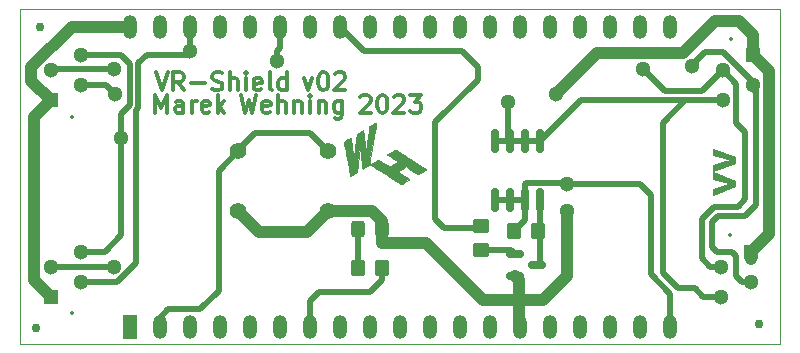
<source format=gbr>
G04 #@! TF.GenerationSoftware,KiCad,Pcbnew,(7.0.0)*
G04 #@! TF.CreationDate,2023-03-01T15:25:45+01:00*
G04 #@! TF.ProjectId,VR-Shield,56522d53-6869-4656-9c64-2e6b69636164,v02*
G04 #@! TF.SameCoordinates,Original*
G04 #@! TF.FileFunction,Copper,L1,Top*
G04 #@! TF.FilePolarity,Positive*
%FSLAX46Y46*%
G04 Gerber Fmt 4.6, Leading zero omitted, Abs format (unit mm)*
G04 Created by KiCad (PCBNEW (7.0.0)) date 2023-03-01 15:25:45*
%MOMM*%
%LPD*%
G01*
G04 APERTURE LIST*
G04 Aperture macros list*
%AMRoundRect*
0 Rectangle with rounded corners*
0 $1 Rounding radius*
0 $2 $3 $4 $5 $6 $7 $8 $9 X,Y pos of 4 corners*
0 Add a 4 corners polygon primitive as box body*
4,1,4,$2,$3,$4,$5,$6,$7,$8,$9,$2,$3,0*
0 Add four circle primitives for the rounded corners*
1,1,$1+$1,$2,$3*
1,1,$1+$1,$4,$5*
1,1,$1+$1,$6,$7*
1,1,$1+$1,$8,$9*
0 Add four rect primitives between the rounded corners*
20,1,$1+$1,$2,$3,$4,$5,0*
20,1,$1+$1,$4,$5,$6,$7,0*
20,1,$1+$1,$6,$7,$8,$9,0*
20,1,$1+$1,$8,$9,$2,$3,0*%
G04 Aperture macros list end*
G04 #@! TA.AperFunction,NonConductor*
%ADD10C,0.017606*%
G04 #@! TD*
G04 #@! TA.AperFunction,NonConductor*
%ADD11C,0.100000*%
G04 #@! TD*
%ADD12C,0.300000*%
G04 #@! TA.AperFunction,NonConductor*
%ADD13C,0.300000*%
G04 #@! TD*
G04 #@! TA.AperFunction,SMDPad,CuDef*
%ADD14RoundRect,0.150000X-0.587500X-0.150000X0.587500X-0.150000X0.587500X0.150000X-0.587500X0.150000X0*%
G04 #@! TD*
G04 #@! TA.AperFunction,FiducialPad,Global*
%ADD15C,0.750000*%
G04 #@! TD*
G04 #@! TA.AperFunction,ComponentPad*
%ADD16R,1.200000X2.000000*%
G04 #@! TD*
G04 #@! TA.AperFunction,ComponentPad*
%ADD17O,1.200000X2.000000*%
G04 #@! TD*
G04 #@! TA.AperFunction,SMDPad,CuDef*
%ADD18RoundRect,0.250000X-0.450000X0.350000X-0.450000X-0.350000X0.450000X-0.350000X0.450000X0.350000X0*%
G04 #@! TD*
G04 #@! TA.AperFunction,SMDPad,CuDef*
%ADD19RoundRect,0.250000X0.350000X0.450000X-0.350000X0.450000X-0.350000X-0.450000X0.350000X-0.450000X0*%
G04 #@! TD*
G04 #@! TA.AperFunction,SMDPad,CuDef*
%ADD20RoundRect,0.250000X0.325000X0.450000X-0.325000X0.450000X-0.325000X-0.450000X0.325000X-0.450000X0*%
G04 #@! TD*
G04 #@! TA.AperFunction,SMDPad,CuDef*
%ADD21RoundRect,0.150000X0.150000X-0.825000X0.150000X0.825000X-0.150000X0.825000X-0.150000X-0.825000X0*%
G04 #@! TD*
G04 #@! TA.AperFunction,ComponentPad*
%ADD22R,1.300000X1.300000*%
G04 #@! TD*
G04 #@! TA.AperFunction,ComponentPad*
%ADD23C,1.300000*%
G04 #@! TD*
G04 #@! TA.AperFunction,ComponentPad*
%ADD24C,1.397000*%
G04 #@! TD*
G04 #@! TA.AperFunction,ViaPad*
%ADD25C,1.300000*%
G04 #@! TD*
G04 #@! TA.AperFunction,Conductor*
%ADD26C,0.500000*%
G04 #@! TD*
G04 #@! TA.AperFunction,Conductor*
%ADD27C,1.000000*%
G04 #@! TD*
%ADD28C,0.350000*%
G04 APERTURE END LIST*
D10*
G36*
X44069000Y-23749000D02*
G01*
X44069616Y-23749864D01*
X44070079Y-23751599D01*
X44070557Y-23757588D01*
X44070456Y-23766790D01*
X44069798Y-23779025D01*
X44066897Y-23811879D01*
X44062031Y-23854719D01*
X44055378Y-23906117D01*
X44047114Y-23964642D01*
X44037415Y-24028863D01*
X44026458Y-24097350D01*
X43970360Y-24443567D01*
X43913971Y-24798377D01*
X43808862Y-25462270D01*
X43738029Y-25898780D01*
X43709552Y-26074241D01*
X43666313Y-26347755D01*
X43569089Y-26959658D01*
X43516639Y-27274375D01*
X43515896Y-27276945D01*
X43514675Y-27279726D01*
X43512971Y-27282723D01*
X43510778Y-27285939D01*
X43508092Y-27289379D01*
X43504905Y-27293045D01*
X43501213Y-27296943D01*
X43497011Y-27301077D01*
X43487051Y-27310066D01*
X43474981Y-27320044D01*
X43460758Y-27331043D01*
X43444336Y-27343095D01*
X43425671Y-27356232D01*
X43404719Y-27370486D01*
X43381436Y-27385888D01*
X43355778Y-27402471D01*
X43327699Y-27420267D01*
X43297156Y-27439306D01*
X43264105Y-27459622D01*
X43228500Y-27481246D01*
X43118427Y-27547031D01*
X43025993Y-27600887D01*
X42960899Y-27637267D01*
X42941636Y-27647171D01*
X42932846Y-27650626D01*
X42931433Y-27649821D01*
X42929908Y-27647404D01*
X42926519Y-27637715D01*
X42922676Y-27621529D01*
X42918374Y-27598814D01*
X42908379Y-27533671D01*
X42896504Y-27442034D01*
X42882718Y-27323652D01*
X42866991Y-27178273D01*
X42849292Y-27005646D01*
X42829589Y-26805518D01*
X42794297Y-26456778D01*
X42761222Y-26157831D01*
X42734356Y-25942886D01*
X42724498Y-25877605D01*
X42717689Y-25846153D01*
X42716812Y-25844131D01*
X42715924Y-25842516D01*
X42715024Y-25841308D01*
X42714113Y-25840508D01*
X42713654Y-25840261D01*
X42713191Y-25840117D01*
X42712725Y-25840075D01*
X42712257Y-25840135D01*
X42711785Y-25840299D01*
X42711310Y-25840564D01*
X42710352Y-25841404D01*
X42709381Y-25842656D01*
X42708397Y-25844321D01*
X42707400Y-25846400D01*
X42706390Y-25848893D01*
X42705367Y-25851801D01*
X42704330Y-25855125D01*
X42703279Y-25858866D01*
X42702214Y-25863024D01*
X42700041Y-25872597D01*
X42697809Y-25883850D01*
X42695517Y-25896789D01*
X42693162Y-25911421D01*
X42690743Y-25927753D01*
X42688258Y-25945790D01*
X42685705Y-25965539D01*
X42683082Y-25987006D01*
X42636772Y-26374160D01*
X42613448Y-26580273D01*
X42602155Y-26687246D01*
X42593025Y-26779113D01*
X42567067Y-27029678D01*
X42530449Y-27360122D01*
X42477249Y-27835655D01*
X42475202Y-27853745D01*
X42472794Y-27871351D01*
X42470114Y-27888034D01*
X42467253Y-27903356D01*
X42464301Y-27916879D01*
X42461345Y-27928165D01*
X42459895Y-27932832D01*
X42458478Y-27936776D01*
X42457105Y-27939942D01*
X42455787Y-27942275D01*
X42453460Y-27944772D01*
X42449139Y-27948424D01*
X42442933Y-27953163D01*
X42434953Y-27958916D01*
X42414109Y-27973179D01*
X42387489Y-27990645D01*
X42355972Y-28010742D01*
X42320439Y-28032901D01*
X42281769Y-28056551D01*
X42240844Y-28081123D01*
X42158755Y-28130218D01*
X42084918Y-28174911D01*
X42027421Y-28210266D01*
X41994354Y-28231345D01*
X41970908Y-28246768D01*
X41948427Y-28260707D01*
X41927577Y-28272825D01*
X41909025Y-28282784D01*
X41893436Y-28290243D01*
X41886960Y-28292930D01*
X41881476Y-28294866D01*
X41877065Y-28296007D01*
X41873811Y-28296311D01*
X41872645Y-28296137D01*
X41871798Y-28295737D01*
X41871283Y-28295108D01*
X41871109Y-28294242D01*
X41871116Y-28294257D01*
X41744764Y-27601041D01*
X41590271Y-26770301D01*
X41574894Y-26689915D01*
X41555088Y-26583675D01*
X41482895Y-26189292D01*
X41429406Y-25900381D01*
X41379699Y-25638450D01*
X41332702Y-25395713D01*
X41544693Y-25267173D01*
X41712513Y-25166498D01*
X41777652Y-25128176D01*
X41818306Y-25104957D01*
X41830803Y-25097926D01*
X41842694Y-25090844D01*
X41853702Y-25083904D01*
X41863549Y-25077298D01*
X41871959Y-25071220D01*
X41875538Y-25068438D01*
X41878654Y-25065861D01*
X41881273Y-25063512D01*
X41883359Y-25061415D01*
X41884878Y-25059594D01*
X41885795Y-25058074D01*
X41886122Y-25057394D01*
X41886500Y-25056723D01*
X41886929Y-25056062D01*
X41887407Y-25055411D01*
X41887931Y-25054772D01*
X41888501Y-25054145D01*
X41889113Y-25053531D01*
X41889768Y-25052932D01*
X41890461Y-25052347D01*
X41891193Y-25051778D01*
X41891961Y-25051225D01*
X41892764Y-25050690D01*
X41893599Y-25050172D01*
X41894465Y-25049674D01*
X41896282Y-25048737D01*
X41898201Y-25047886D01*
X41900207Y-25047126D01*
X41902288Y-25046466D01*
X41904427Y-25045911D01*
X41906611Y-25045468D01*
X41908826Y-25045143D01*
X41909941Y-25045027D01*
X41911058Y-25044943D01*
X41912175Y-25044893D01*
X41913292Y-25044875D01*
X41915229Y-25045013D01*
X41916171Y-25045205D01*
X41917097Y-25045496D01*
X41918009Y-25045899D01*
X41918909Y-25046428D01*
X41919800Y-25047096D01*
X41920684Y-25047915D01*
X41921562Y-25048899D01*
X41922437Y-25050062D01*
X41923310Y-25051415D01*
X41924183Y-25052973D01*
X41925059Y-25054747D01*
X41925940Y-25056753D01*
X41926827Y-25059001D01*
X41927723Y-25061507D01*
X41929549Y-25067339D01*
X41931434Y-25074356D01*
X41933393Y-25082661D01*
X41935443Y-25092359D01*
X41937601Y-25103555D01*
X41939881Y-25116354D01*
X41942301Y-25130861D01*
X41944877Y-25147180D01*
X41947625Y-25165417D01*
X41950560Y-25185676D01*
X41953700Y-25208061D01*
X41957059Y-25232679D01*
X41964504Y-25289030D01*
X41973023Y-25355565D01*
X41982746Y-25433125D01*
X41993803Y-25522547D01*
X42020431Y-25740333D01*
X42051191Y-25985223D01*
X42088989Y-26277320D01*
X42122754Y-26543958D01*
X42135766Y-26653557D01*
X42143798Y-26727638D01*
X42148571Y-26770818D01*
X42153939Y-26807837D01*
X42156814Y-26823934D01*
X42159799Y-26838368D01*
X42162880Y-26851097D01*
X42166046Y-26862082D01*
X42169282Y-26871280D01*
X42172576Y-26878652D01*
X42175915Y-26884155D01*
X42179285Y-26887749D01*
X42180978Y-26888818D01*
X42182674Y-26889394D01*
X42184372Y-26889472D01*
X42186070Y-26889047D01*
X42187765Y-26888114D01*
X42189457Y-26886668D01*
X42192825Y-26882217D01*
X42193876Y-26879678D01*
X42195106Y-26875138D01*
X42198046Y-26860506D01*
X42201524Y-26839225D01*
X42205417Y-26812195D01*
X42209606Y-26780321D01*
X42213967Y-26744505D01*
X42218381Y-26705649D01*
X42222725Y-26664657D01*
X42285713Y-26103016D01*
X42409286Y-25044868D01*
X42422639Y-24928241D01*
X42428316Y-24881732D01*
X42434083Y-24841882D01*
X42440507Y-24807782D01*
X42448153Y-24778526D01*
X42452613Y-24765430D01*
X42457590Y-24753204D01*
X42463157Y-24741735D01*
X42469384Y-24730910D01*
X42476342Y-24720614D01*
X42484101Y-24710734D01*
X42492733Y-24701157D01*
X42502309Y-24691769D01*
X42524574Y-24673107D01*
X42551464Y-24653839D01*
X42583544Y-24633059D01*
X42621382Y-24609857D01*
X42716598Y-24552558D01*
X42796090Y-24504521D01*
X42857346Y-24468238D01*
X42902888Y-24442600D01*
X42920554Y-24433427D01*
X42935238Y-24426499D01*
X42947253Y-24421677D01*
X42956915Y-24418823D01*
X42964540Y-24417798D01*
X42970442Y-24418464D01*
X42974938Y-24420681D01*
X42978341Y-24424311D01*
X42980967Y-24429216D01*
X42983131Y-24435256D01*
X42986242Y-24449417D01*
X42990638Y-24475479D01*
X42996118Y-24511953D01*
X43002478Y-24557350D01*
X43017029Y-24668955D01*
X43032669Y-24798377D01*
X43069781Y-25111166D01*
X43105766Y-25405799D01*
X43160737Y-25853622D01*
X43175030Y-25979921D01*
X43184494Y-26074828D01*
X43188582Y-26116913D01*
X43192456Y-26150603D01*
X43196341Y-26176754D01*
X43198358Y-26187272D01*
X43200462Y-26196226D01*
X43202682Y-26203726D01*
X43205045Y-26209878D01*
X43207580Y-26214788D01*
X43210316Y-26218566D01*
X43213280Y-26221317D01*
X43216500Y-26223149D01*
X43220005Y-26224170D01*
X43223823Y-26224487D01*
X43224673Y-26224136D01*
X43225589Y-26223094D01*
X43227609Y-26219007D01*
X43229861Y-26212363D01*
X43232321Y-26203301D01*
X43234966Y-26191958D01*
X43237772Y-26178471D01*
X43243775Y-26145618D01*
X43250145Y-26105842D01*
X43256695Y-26060245D01*
X43263240Y-26009929D01*
X43269592Y-25955993D01*
X43329640Y-25445173D01*
X43445999Y-24496993D01*
X43477703Y-24232721D01*
X43487348Y-24146180D01*
X43490890Y-24107093D01*
X43490988Y-24105666D01*
X43491278Y-24104161D01*
X43491756Y-24102582D01*
X43492417Y-24100934D01*
X43493256Y-24099220D01*
X43494269Y-24097445D01*
X43495449Y-24095612D01*
X43496794Y-24093726D01*
X43498297Y-24091791D01*
X43499955Y-24089811D01*
X43503714Y-24085732D01*
X43508031Y-24081522D01*
X43512869Y-24077214D01*
X43518190Y-24072840D01*
X43523955Y-24068434D01*
X43530125Y-24064028D01*
X43536663Y-24059656D01*
X43543529Y-24055349D01*
X43550686Y-24051140D01*
X43558096Y-24047064D01*
X43565719Y-24043151D01*
X43580390Y-24035702D01*
X43593383Y-24028736D01*
X43604462Y-24022407D01*
X43613392Y-24016868D01*
X43616979Y-24014443D01*
X43619940Y-24012273D01*
X43622247Y-24010378D01*
X43623871Y-24008776D01*
X43624781Y-24007487D01*
X43624959Y-24006966D01*
X43624949Y-24006531D01*
X43624745Y-24006183D01*
X43624345Y-24005925D01*
X43622940Y-24005691D01*
X43622146Y-24005603D01*
X43621579Y-24005393D01*
X43621235Y-24005063D01*
X43621145Y-24004854D01*
X43621110Y-24004616D01*
X43621199Y-24004055D01*
X43621499Y-24003384D01*
X43622004Y-24002606D01*
X43622711Y-24001723D01*
X43623616Y-24000739D01*
X43624714Y-23999657D01*
X43627472Y-23997210D01*
X43630952Y-23994407D01*
X43635120Y-23991274D01*
X43639942Y-23987835D01*
X43645383Y-23984114D01*
X43651410Y-23980136D01*
X43657989Y-23975926D01*
X43665085Y-23971509D01*
X43672665Y-23966909D01*
X43680695Y-23962151D01*
X43689140Y-23957259D01*
X43789851Y-23898607D01*
X43914291Y-23824996D01*
X43942958Y-23808239D01*
X43970228Y-23792932D01*
X43995467Y-23779387D01*
X44018041Y-23767915D01*
X44037316Y-23758829D01*
X44052657Y-23752439D01*
X44058654Y-23750354D01*
X44063429Y-23749059D01*
X44066905Y-23748595D01*
X44069000Y-23749000D01*
G37*
X44069000Y-23749000D02*
X44069616Y-23749864D01*
X44070079Y-23751599D01*
X44070557Y-23757588D01*
X44070456Y-23766790D01*
X44069798Y-23779025D01*
X44066897Y-23811879D01*
X44062031Y-23854719D01*
X44055378Y-23906117D01*
X44047114Y-23964642D01*
X44037415Y-24028863D01*
X44026458Y-24097350D01*
X43970360Y-24443567D01*
X43913971Y-24798377D01*
X43808862Y-25462270D01*
X43738029Y-25898780D01*
X43709552Y-26074241D01*
X43666313Y-26347755D01*
X43569089Y-26959658D01*
X43516639Y-27274375D01*
X43515896Y-27276945D01*
X43514675Y-27279726D01*
X43512971Y-27282723D01*
X43510778Y-27285939D01*
X43508092Y-27289379D01*
X43504905Y-27293045D01*
X43501213Y-27296943D01*
X43497011Y-27301077D01*
X43487051Y-27310066D01*
X43474981Y-27320044D01*
X43460758Y-27331043D01*
X43444336Y-27343095D01*
X43425671Y-27356232D01*
X43404719Y-27370486D01*
X43381436Y-27385888D01*
X43355778Y-27402471D01*
X43327699Y-27420267D01*
X43297156Y-27439306D01*
X43264105Y-27459622D01*
X43228500Y-27481246D01*
X43118427Y-27547031D01*
X43025993Y-27600887D01*
X42960899Y-27637267D01*
X42941636Y-27647171D01*
X42932846Y-27650626D01*
X42931433Y-27649821D01*
X42929908Y-27647404D01*
X42926519Y-27637715D01*
X42922676Y-27621529D01*
X42918374Y-27598814D01*
X42908379Y-27533671D01*
X42896504Y-27442034D01*
X42882718Y-27323652D01*
X42866991Y-27178273D01*
X42849292Y-27005646D01*
X42829589Y-26805518D01*
X42794297Y-26456778D01*
X42761222Y-26157831D01*
X42734356Y-25942886D01*
X42724498Y-25877605D01*
X42717689Y-25846153D01*
X42716812Y-25844131D01*
X42715924Y-25842516D01*
X42715024Y-25841308D01*
X42714113Y-25840508D01*
X42713654Y-25840261D01*
X42713191Y-25840117D01*
X42712725Y-25840075D01*
X42712257Y-25840135D01*
X42711785Y-25840299D01*
X42711310Y-25840564D01*
X42710352Y-25841404D01*
X42709381Y-25842656D01*
X42708397Y-25844321D01*
X42707400Y-25846400D01*
X42706390Y-25848893D01*
X42705367Y-25851801D01*
X42704330Y-25855125D01*
X42703279Y-25858866D01*
X42702214Y-25863024D01*
X42700041Y-25872597D01*
X42697809Y-25883850D01*
X42695517Y-25896789D01*
X42693162Y-25911421D01*
X42690743Y-25927753D01*
X42688258Y-25945790D01*
X42685705Y-25965539D01*
X42683082Y-25987006D01*
X42636772Y-26374160D01*
X42613448Y-26580273D01*
X42602155Y-26687246D01*
X42593025Y-26779113D01*
X42567067Y-27029678D01*
X42530449Y-27360122D01*
X42477249Y-27835655D01*
X42475202Y-27853745D01*
X42472794Y-27871351D01*
X42470114Y-27888034D01*
X42467253Y-27903356D01*
X42464301Y-27916879D01*
X42461345Y-27928165D01*
X42459895Y-27932832D01*
X42458478Y-27936776D01*
X42457105Y-27939942D01*
X42455787Y-27942275D01*
X42453460Y-27944772D01*
X42449139Y-27948424D01*
X42442933Y-27953163D01*
X42434953Y-27958916D01*
X42414109Y-27973179D01*
X42387489Y-27990645D01*
X42355972Y-28010742D01*
X42320439Y-28032901D01*
X42281769Y-28056551D01*
X42240844Y-28081123D01*
X42158755Y-28130218D01*
X42084918Y-28174911D01*
X42027421Y-28210266D01*
X41994354Y-28231345D01*
X41970908Y-28246768D01*
X41948427Y-28260707D01*
X41927577Y-28272825D01*
X41909025Y-28282784D01*
X41893436Y-28290243D01*
X41886960Y-28292930D01*
X41881476Y-28294866D01*
X41877065Y-28296007D01*
X41873811Y-28296311D01*
X41872645Y-28296137D01*
X41871798Y-28295737D01*
X41871283Y-28295108D01*
X41871109Y-28294242D01*
X41871116Y-28294257D01*
X41744764Y-27601041D01*
X41590271Y-26770301D01*
X41574894Y-26689915D01*
X41555088Y-26583675D01*
X41482895Y-26189292D01*
X41429406Y-25900381D01*
X41379699Y-25638450D01*
X41332702Y-25395713D01*
X41544693Y-25267173D01*
X41712513Y-25166498D01*
X41777652Y-25128176D01*
X41818306Y-25104957D01*
X41830803Y-25097926D01*
X41842694Y-25090844D01*
X41853702Y-25083904D01*
X41863549Y-25077298D01*
X41871959Y-25071220D01*
X41875538Y-25068438D01*
X41878654Y-25065861D01*
X41881273Y-25063512D01*
X41883359Y-25061415D01*
X41884878Y-25059594D01*
X41885795Y-25058074D01*
X41886122Y-25057394D01*
X41886500Y-25056723D01*
X41886929Y-25056062D01*
X41887407Y-25055411D01*
X41887931Y-25054772D01*
X41888501Y-25054145D01*
X41889113Y-25053531D01*
X41889768Y-25052932D01*
X41890461Y-25052347D01*
X41891193Y-25051778D01*
X41891961Y-25051225D01*
X41892764Y-25050690D01*
X41893599Y-25050172D01*
X41894465Y-25049674D01*
X41896282Y-25048737D01*
X41898201Y-25047886D01*
X41900207Y-25047126D01*
X41902288Y-25046466D01*
X41904427Y-25045911D01*
X41906611Y-25045468D01*
X41908826Y-25045143D01*
X41909941Y-25045027D01*
X41911058Y-25044943D01*
X41912175Y-25044893D01*
X41913292Y-25044875D01*
X41915229Y-25045013D01*
X41916171Y-25045205D01*
X41917097Y-25045496D01*
X41918009Y-25045899D01*
X41918909Y-25046428D01*
X41919800Y-25047096D01*
X41920684Y-25047915D01*
X41921562Y-25048899D01*
X41922437Y-25050062D01*
X41923310Y-25051415D01*
X41924183Y-25052973D01*
X41925059Y-25054747D01*
X41925940Y-25056753D01*
X41926827Y-25059001D01*
X41927723Y-25061507D01*
X41929549Y-25067339D01*
X41931434Y-25074356D01*
X41933393Y-25082661D01*
X41935443Y-25092359D01*
X41937601Y-25103555D01*
X41939881Y-25116354D01*
X41942301Y-25130861D01*
X41944877Y-25147180D01*
X41947625Y-25165417D01*
X41950560Y-25185676D01*
X41953700Y-25208061D01*
X41957059Y-25232679D01*
X41964504Y-25289030D01*
X41973023Y-25355565D01*
X41982746Y-25433125D01*
X41993803Y-25522547D01*
X42020431Y-25740333D01*
X42051191Y-25985223D01*
X42088989Y-26277320D01*
X42122754Y-26543958D01*
X42135766Y-26653557D01*
X42143798Y-26727638D01*
X42148571Y-26770818D01*
X42153939Y-26807837D01*
X42156814Y-26823934D01*
X42159799Y-26838368D01*
X42162880Y-26851097D01*
X42166046Y-26862082D01*
X42169282Y-26871280D01*
X42172576Y-26878652D01*
X42175915Y-26884155D01*
X42179285Y-26887749D01*
X42180978Y-26888818D01*
X42182674Y-26889394D01*
X42184372Y-26889472D01*
X42186070Y-26889047D01*
X42187765Y-26888114D01*
X42189457Y-26886668D01*
X42192825Y-26882217D01*
X42193876Y-26879678D01*
X42195106Y-26875138D01*
X42198046Y-26860506D01*
X42201524Y-26839225D01*
X42205417Y-26812195D01*
X42209606Y-26780321D01*
X42213967Y-26744505D01*
X42218381Y-26705649D01*
X42222725Y-26664657D01*
X42285713Y-26103016D01*
X42409286Y-25044868D01*
X42422639Y-24928241D01*
X42428316Y-24881732D01*
X42434083Y-24841882D01*
X42440507Y-24807782D01*
X42448153Y-24778526D01*
X42452613Y-24765430D01*
X42457590Y-24753204D01*
X42463157Y-24741735D01*
X42469384Y-24730910D01*
X42476342Y-24720614D01*
X42484101Y-24710734D01*
X42492733Y-24701157D01*
X42502309Y-24691769D01*
X42524574Y-24673107D01*
X42551464Y-24653839D01*
X42583544Y-24633059D01*
X42621382Y-24609857D01*
X42716598Y-24552558D01*
X42796090Y-24504521D01*
X42857346Y-24468238D01*
X42902888Y-24442600D01*
X42920554Y-24433427D01*
X42935238Y-24426499D01*
X42947253Y-24421677D01*
X42956915Y-24418823D01*
X42964540Y-24417798D01*
X42970442Y-24418464D01*
X42974938Y-24420681D01*
X42978341Y-24424311D01*
X42980967Y-24429216D01*
X42983131Y-24435256D01*
X42986242Y-24449417D01*
X42990638Y-24475479D01*
X42996118Y-24511953D01*
X43002478Y-24557350D01*
X43017029Y-24668955D01*
X43032669Y-24798377D01*
X43069781Y-25111166D01*
X43105766Y-25405799D01*
X43160737Y-25853622D01*
X43175030Y-25979921D01*
X43184494Y-26074828D01*
X43188582Y-26116913D01*
X43192456Y-26150603D01*
X43196341Y-26176754D01*
X43198358Y-26187272D01*
X43200462Y-26196226D01*
X43202682Y-26203726D01*
X43205045Y-26209878D01*
X43207580Y-26214788D01*
X43210316Y-26218566D01*
X43213280Y-26221317D01*
X43216500Y-26223149D01*
X43220005Y-26224170D01*
X43223823Y-26224487D01*
X43224673Y-26224136D01*
X43225589Y-26223094D01*
X43227609Y-26219007D01*
X43229861Y-26212363D01*
X43232321Y-26203301D01*
X43234966Y-26191958D01*
X43237772Y-26178471D01*
X43243775Y-26145618D01*
X43250145Y-26105842D01*
X43256695Y-26060245D01*
X43263240Y-26009929D01*
X43269592Y-25955993D01*
X43329640Y-25445173D01*
X43445999Y-24496993D01*
X43477703Y-24232721D01*
X43487348Y-24146180D01*
X43490890Y-24107093D01*
X43490988Y-24105666D01*
X43491278Y-24104161D01*
X43491756Y-24102582D01*
X43492417Y-24100934D01*
X43493256Y-24099220D01*
X43494269Y-24097445D01*
X43495449Y-24095612D01*
X43496794Y-24093726D01*
X43498297Y-24091791D01*
X43499955Y-24089811D01*
X43503714Y-24085732D01*
X43508031Y-24081522D01*
X43512869Y-24077214D01*
X43518190Y-24072840D01*
X43523955Y-24068434D01*
X43530125Y-24064028D01*
X43536663Y-24059656D01*
X43543529Y-24055349D01*
X43550686Y-24051140D01*
X43558096Y-24047064D01*
X43565719Y-24043151D01*
X43580390Y-24035702D01*
X43593383Y-24028736D01*
X43604462Y-24022407D01*
X43613392Y-24016868D01*
X43616979Y-24014443D01*
X43619940Y-24012273D01*
X43622247Y-24010378D01*
X43623871Y-24008776D01*
X43624781Y-24007487D01*
X43624959Y-24006966D01*
X43624949Y-24006531D01*
X43624745Y-24006183D01*
X43624345Y-24005925D01*
X43622940Y-24005691D01*
X43622146Y-24005603D01*
X43621579Y-24005393D01*
X43621235Y-24005063D01*
X43621145Y-24004854D01*
X43621110Y-24004616D01*
X43621199Y-24004055D01*
X43621499Y-24003384D01*
X43622004Y-24002606D01*
X43622711Y-24001723D01*
X43623616Y-24000739D01*
X43624714Y-23999657D01*
X43627472Y-23997210D01*
X43630952Y-23994407D01*
X43635120Y-23991274D01*
X43639942Y-23987835D01*
X43645383Y-23984114D01*
X43651410Y-23980136D01*
X43657989Y-23975926D01*
X43665085Y-23971509D01*
X43672665Y-23966909D01*
X43680695Y-23962151D01*
X43689140Y-23957259D01*
X43789851Y-23898607D01*
X43914291Y-23824996D01*
X43942958Y-23808239D01*
X43970228Y-23792932D01*
X43995467Y-23779387D01*
X44018041Y-23767915D01*
X44037316Y-23758829D01*
X44052657Y-23752439D01*
X44058654Y-23750354D01*
X44063429Y-23749059D01*
X44066905Y-23748595D01*
X44069000Y-23749000D01*
G36*
X45700336Y-26031398D02*
G01*
X45703541Y-26032998D01*
X45714489Y-26039146D01*
X45730902Y-26048865D01*
X45752080Y-26061723D01*
X45777319Y-26077288D01*
X45805917Y-26095129D01*
X45870384Y-26135909D01*
X46012507Y-26225762D01*
X46075868Y-26265268D01*
X46123039Y-26294242D01*
X46324854Y-26420017D01*
X46686447Y-26647620D01*
X47390701Y-27090324D01*
X47624756Y-27237660D01*
X47866073Y-27391685D01*
X48126879Y-27558895D01*
X48209839Y-27611112D01*
X48284225Y-27657035D01*
X48288930Y-27660013D01*
X48293423Y-27663049D01*
X48297700Y-27666131D01*
X48301756Y-27669243D01*
X48305585Y-27672374D01*
X48309183Y-27675510D01*
X48312545Y-27678636D01*
X48315666Y-27681740D01*
X48318541Y-27684808D01*
X48321165Y-27687826D01*
X48323533Y-27690781D01*
X48325639Y-27693659D01*
X48327480Y-27696448D01*
X48329050Y-27699133D01*
X48330344Y-27701700D01*
X48331358Y-27704137D01*
X48332085Y-27706430D01*
X48332522Y-27708565D01*
X48332663Y-27710529D01*
X48332503Y-27712308D01*
X48332038Y-27713889D01*
X48331262Y-27715258D01*
X48330170Y-27716402D01*
X48328758Y-27717308D01*
X48327021Y-27717961D01*
X48324953Y-27718348D01*
X48322550Y-27718456D01*
X48319806Y-27718271D01*
X48316717Y-27717779D01*
X48313277Y-27716968D01*
X48309483Y-27715823D01*
X48305328Y-27714332D01*
X48302588Y-27713301D01*
X48300013Y-27712452D01*
X48297610Y-27711782D01*
X48295390Y-27711287D01*
X48293363Y-27710961D01*
X48291538Y-27710801D01*
X48289925Y-27710801D01*
X48288533Y-27710959D01*
X48287923Y-27711095D01*
X48287372Y-27711268D01*
X48286882Y-27711479D01*
X48286452Y-27711726D01*
X48286086Y-27712009D01*
X48285783Y-27712327D01*
X48285545Y-27712680D01*
X48285373Y-27713067D01*
X48285269Y-27713488D01*
X48285234Y-27713942D01*
X48285268Y-27714428D01*
X48285373Y-27714947D01*
X48285551Y-27715497D01*
X48285802Y-27716078D01*
X48286128Y-27716689D01*
X48286529Y-27717330D01*
X48286884Y-27718763D01*
X48286414Y-27720613D01*
X48285101Y-27722895D01*
X48282923Y-27725620D01*
X48279860Y-27728801D01*
X48275893Y-27732452D01*
X48265163Y-27741214D01*
X48250571Y-27752009D01*
X48231955Y-27764940D01*
X48209153Y-27780111D01*
X48182004Y-27797626D01*
X48150345Y-27817587D01*
X48114014Y-27840098D01*
X48026691Y-27893182D01*
X47918739Y-27957707D01*
X47788864Y-28034499D01*
X47741966Y-28061805D01*
X47704054Y-28083032D01*
X47688126Y-28091500D01*
X47674033Y-28098608D01*
X47661639Y-28104411D01*
X47650806Y-28108961D01*
X47641398Y-28112313D01*
X47633279Y-28114519D01*
X47626310Y-28115633D01*
X47620355Y-28115709D01*
X47615277Y-28114800D01*
X47610939Y-28112959D01*
X47607204Y-28110240D01*
X47603935Y-28106696D01*
X47601825Y-28104121D01*
X47599571Y-28101578D01*
X47597193Y-28099085D01*
X47594711Y-28096655D01*
X47592147Y-28094303D01*
X47589519Y-28092046D01*
X47586849Y-28089896D01*
X47584157Y-28087870D01*
X47581462Y-28085982D01*
X47578786Y-28084248D01*
X47576148Y-28082681D01*
X47573569Y-28081298D01*
X47571069Y-28080113D01*
X47568669Y-28079141D01*
X47566388Y-28078397D01*
X47564247Y-28077895D01*
X47547998Y-28070942D01*
X47517057Y-28054021D01*
X47419821Y-27995914D01*
X47289973Y-27914844D01*
X47144950Y-27822083D01*
X47002188Y-27728900D01*
X46879124Y-27646565D01*
X46793193Y-27586350D01*
X46769602Y-27568059D01*
X46761833Y-27559524D01*
X46762055Y-27558602D01*
X46762216Y-27557711D01*
X46762318Y-27556854D01*
X46762360Y-27556029D01*
X46762345Y-27555237D01*
X46762274Y-27554481D01*
X46762147Y-27553759D01*
X46761966Y-27553073D01*
X46761731Y-27552423D01*
X46761444Y-27551810D01*
X46761107Y-27551235D01*
X46760720Y-27550698D01*
X46760284Y-27550201D01*
X46759800Y-27549742D01*
X46759270Y-27549325D01*
X46758694Y-27548948D01*
X46758075Y-27548612D01*
X46757412Y-27548319D01*
X46756707Y-27548069D01*
X46755961Y-27547863D01*
X46755176Y-27547701D01*
X46754352Y-27547583D01*
X46753490Y-27547512D01*
X46752592Y-27547486D01*
X46751659Y-27547508D01*
X46750691Y-27547576D01*
X46749691Y-27547694D01*
X46748658Y-27547860D01*
X46747595Y-27548075D01*
X46746502Y-27548341D01*
X46745381Y-27548658D01*
X46744232Y-27549026D01*
X46742984Y-27549342D01*
X46741572Y-27549544D01*
X46740001Y-27549633D01*
X46738278Y-27549611D01*
X46734399Y-27549245D01*
X46729980Y-27548462D01*
X46725069Y-27547281D01*
X46719714Y-27545720D01*
X46713961Y-27543795D01*
X46707859Y-27541524D01*
X46701453Y-27538925D01*
X46694792Y-27536016D01*
X46687922Y-27532814D01*
X46680891Y-27529336D01*
X46673746Y-27525601D01*
X46666534Y-27521625D01*
X46659303Y-27517426D01*
X46652099Y-27513023D01*
X46582527Y-27469322D01*
X46493637Y-27518623D01*
X46391903Y-27577329D01*
X46231371Y-27672023D01*
X46058997Y-27774842D01*
X45921737Y-27857925D01*
X45878891Y-27884223D01*
X45923919Y-27921325D01*
X45935344Y-27930214D01*
X45950597Y-27941287D01*
X45969016Y-27954101D01*
X45989938Y-27968215D01*
X46012703Y-27983188D01*
X46036647Y-27998577D01*
X46061109Y-28013941D01*
X46085426Y-28028838D01*
X46147973Y-28067282D01*
X46232176Y-28119939D01*
X46327010Y-28179866D01*
X46421447Y-28240119D01*
X46616232Y-28364478D01*
X46776237Y-28465652D01*
X46803854Y-28483427D01*
X46828667Y-28500372D01*
X46850269Y-28516145D01*
X46859738Y-28523485D01*
X46868250Y-28530403D01*
X46875756Y-28536858D01*
X46882203Y-28542806D01*
X46887541Y-28548204D01*
X46891719Y-28553009D01*
X46894685Y-28557180D01*
X46896389Y-28560672D01*
X46896752Y-28562151D01*
X46896779Y-28563444D01*
X46896466Y-28564546D01*
X46895805Y-28565452D01*
X46861477Y-28588150D01*
X46781040Y-28638214D01*
X46543834Y-28782909D01*
X46308174Y-28924480D01*
X46229668Y-28970638D01*
X46198043Y-28987869D01*
X46196986Y-28987411D01*
X46194793Y-28986188D01*
X46187244Y-28981605D01*
X46175884Y-28974434D01*
X46161203Y-28964994D01*
X46123830Y-28940569D01*
X46079033Y-28910865D01*
X46079055Y-28911140D01*
X45915149Y-28805360D01*
X45622551Y-28619207D01*
X44975685Y-28211517D01*
X44573700Y-27958244D01*
X44177559Y-27709182D01*
X43976542Y-27583530D01*
X43789211Y-27464308D01*
X43647513Y-27372053D01*
X43603761Y-27342455D01*
X43583397Y-27327300D01*
X43581914Y-27325711D01*
X43580717Y-27324067D01*
X43579816Y-27322363D01*
X43579218Y-27320590D01*
X43578935Y-27318740D01*
X43578975Y-27316806D01*
X43579348Y-27314779D01*
X43580062Y-27312653D01*
X43581128Y-27310420D01*
X43582555Y-27308071D01*
X43584352Y-27305599D01*
X43586529Y-27302997D01*
X43589095Y-27300256D01*
X43592059Y-27297369D01*
X43595431Y-27294328D01*
X43599220Y-27291126D01*
X43603436Y-27287754D01*
X43608087Y-27284205D01*
X43613184Y-27280471D01*
X43618736Y-27276545D01*
X43624751Y-27272418D01*
X43631241Y-27268084D01*
X43645677Y-27258760D01*
X43662121Y-27248512D01*
X43680646Y-27237277D01*
X43701328Y-27224994D01*
X43724243Y-27211601D01*
X43792321Y-27171817D01*
X43857328Y-27133388D01*
X43911901Y-27100692D01*
X43948677Y-27078109D01*
X43983027Y-27056795D01*
X44031004Y-27027525D01*
X44086250Y-26994157D01*
X44142410Y-26960548D01*
X44274528Y-26881950D01*
X44573768Y-27073303D01*
X44816138Y-27226917D01*
X44914017Y-27288017D01*
X44978645Y-27327522D01*
X45000044Y-27340422D01*
X45020355Y-27352965D01*
X45039109Y-27364844D01*
X45055835Y-27375747D01*
X45070066Y-27385366D01*
X45081331Y-27393390D01*
X45089160Y-27399511D01*
X45091641Y-27401761D01*
X45093086Y-27403419D01*
X45094556Y-27405393D01*
X45096333Y-27407431D01*
X45100733Y-27411660D01*
X45106150Y-27416042D01*
X45112443Y-27420510D01*
X45119474Y-27424999D01*
X45127105Y-27429442D01*
X45135197Y-27433774D01*
X45143612Y-27437929D01*
X45152210Y-27441842D01*
X45160853Y-27445447D01*
X45169403Y-27448677D01*
X45177721Y-27451468D01*
X45185669Y-27453753D01*
X45193107Y-27455466D01*
X45199898Y-27456543D01*
X45203007Y-27456821D01*
X45205902Y-27456916D01*
X45209631Y-27456317D01*
X45215159Y-27454558D01*
X45222375Y-27451698D01*
X45231170Y-27447798D01*
X45241434Y-27442916D01*
X45253057Y-27437112D01*
X45279941Y-27422974D01*
X45310946Y-27405858D01*
X45345192Y-27386238D01*
X45381802Y-27364589D01*
X45419899Y-27341384D01*
X45596077Y-27233315D01*
X45757194Y-27135665D01*
X45812951Y-27102391D01*
X45834841Y-27088939D01*
X45852720Y-27077147D01*
X45860152Y-27071766D01*
X45866577Y-27066670D01*
X45871992Y-27061816D01*
X45876397Y-27057161D01*
X45879789Y-27052662D01*
X45882168Y-27048274D01*
X45883530Y-27043956D01*
X45883875Y-27039664D01*
X45883202Y-27035353D01*
X45881507Y-27030982D01*
X45878791Y-27026507D01*
X45875050Y-27021884D01*
X45870284Y-27017070D01*
X45864490Y-27012022D01*
X45857668Y-27006697D01*
X45849815Y-27001052D01*
X45831011Y-26988625D01*
X45808065Y-26974396D01*
X45749694Y-26939147D01*
X45707885Y-26913430D01*
X45656456Y-26881304D01*
X45601931Y-26846859D01*
X45550834Y-26814185D01*
X45405362Y-26721830D01*
X45216316Y-26603416D01*
X45058941Y-26504925D01*
X45009552Y-26473652D01*
X44989616Y-26460594D01*
X44989129Y-26459551D01*
X44989454Y-26458132D01*
X44990541Y-26456363D01*
X44992341Y-26454272D01*
X44997884Y-26449238D01*
X45005691Y-26443252D01*
X45015366Y-26436539D01*
X45026518Y-26429322D01*
X45038753Y-26421824D01*
X45051677Y-26414269D01*
X45064898Y-26406880D01*
X45078021Y-26399881D01*
X45090653Y-26393496D01*
X45102402Y-26387947D01*
X45112873Y-26383459D01*
X45121674Y-26380255D01*
X45128411Y-26378559D01*
X45130882Y-26378345D01*
X45132690Y-26378593D01*
X45133370Y-26378763D01*
X45134042Y-26378898D01*
X45134703Y-26378999D01*
X45135353Y-26379065D01*
X45135993Y-26379098D01*
X45136619Y-26379098D01*
X45137233Y-26379065D01*
X45137833Y-26378999D01*
X45138417Y-26378901D01*
X45138987Y-26378771D01*
X45139539Y-26378609D01*
X45140075Y-26378417D01*
X45140592Y-26378193D01*
X45141091Y-26377940D01*
X45141569Y-26377656D01*
X45142027Y-26377343D01*
X45142464Y-26377000D01*
X45142879Y-26376628D01*
X45143270Y-26376228D01*
X45143638Y-26375799D01*
X45143981Y-26375343D01*
X45144298Y-26374859D01*
X45144589Y-26374349D01*
X45144853Y-26373811D01*
X45145089Y-26373247D01*
X45145297Y-26372657D01*
X45145474Y-26372041D01*
X45145621Y-26371400D01*
X45145737Y-26370734D01*
X45145821Y-26370044D01*
X45145872Y-26369329D01*
X45145889Y-26368591D01*
X45145987Y-26367791D01*
X45146277Y-26366897D01*
X45146755Y-26365910D01*
X45147416Y-26364835D01*
X45148255Y-26363675D01*
X45149267Y-26362433D01*
X45150448Y-26361113D01*
X45151793Y-26359719D01*
X45154954Y-26356721D01*
X45158712Y-26353467D01*
X45163030Y-26349985D01*
X45167868Y-26346302D01*
X45173189Y-26342448D01*
X45178953Y-26338448D01*
X45185124Y-26334333D01*
X45191661Y-26330129D01*
X45198528Y-26325864D01*
X45205685Y-26321567D01*
X45213095Y-26317266D01*
X45220718Y-26312988D01*
X45265407Y-26287470D01*
X45331762Y-26248490D01*
X45410829Y-26201334D01*
X45493652Y-26151290D01*
X45571127Y-26104544D01*
X45635623Y-26066246D01*
X45680410Y-26040362D01*
X45693310Y-26033312D01*
X45698761Y-26030853D01*
X45700336Y-26031398D01*
G37*
X45700336Y-26031398D02*
X45703541Y-26032998D01*
X45714489Y-26039146D01*
X45730902Y-26048865D01*
X45752080Y-26061723D01*
X45777319Y-26077288D01*
X45805917Y-26095129D01*
X45870384Y-26135909D01*
X46012507Y-26225762D01*
X46075868Y-26265268D01*
X46123039Y-26294242D01*
X46324854Y-26420017D01*
X46686447Y-26647620D01*
X47390701Y-27090324D01*
X47624756Y-27237660D01*
X47866073Y-27391685D01*
X48126879Y-27558895D01*
X48209839Y-27611112D01*
X48284225Y-27657035D01*
X48288930Y-27660013D01*
X48293423Y-27663049D01*
X48297700Y-27666131D01*
X48301756Y-27669243D01*
X48305585Y-27672374D01*
X48309183Y-27675510D01*
X48312545Y-27678636D01*
X48315666Y-27681740D01*
X48318541Y-27684808D01*
X48321165Y-27687826D01*
X48323533Y-27690781D01*
X48325639Y-27693659D01*
X48327480Y-27696448D01*
X48329050Y-27699133D01*
X48330344Y-27701700D01*
X48331358Y-27704137D01*
X48332085Y-27706430D01*
X48332522Y-27708565D01*
X48332663Y-27710529D01*
X48332503Y-27712308D01*
X48332038Y-27713889D01*
X48331262Y-27715258D01*
X48330170Y-27716402D01*
X48328758Y-27717308D01*
X48327021Y-27717961D01*
X48324953Y-27718348D01*
X48322550Y-27718456D01*
X48319806Y-27718271D01*
X48316717Y-27717779D01*
X48313277Y-27716968D01*
X48309483Y-27715823D01*
X48305328Y-27714332D01*
X48302588Y-27713301D01*
X48300013Y-27712452D01*
X48297610Y-27711782D01*
X48295390Y-27711287D01*
X48293363Y-27710961D01*
X48291538Y-27710801D01*
X48289925Y-27710801D01*
X48288533Y-27710959D01*
X48287923Y-27711095D01*
X48287372Y-27711268D01*
X48286882Y-27711479D01*
X48286452Y-27711726D01*
X48286086Y-27712009D01*
X48285783Y-27712327D01*
X48285545Y-27712680D01*
X48285373Y-27713067D01*
X48285269Y-27713488D01*
X48285234Y-27713942D01*
X48285268Y-27714428D01*
X48285373Y-27714947D01*
X48285551Y-27715497D01*
X48285802Y-27716078D01*
X48286128Y-27716689D01*
X48286529Y-27717330D01*
X48286884Y-27718763D01*
X48286414Y-27720613D01*
X48285101Y-27722895D01*
X48282923Y-27725620D01*
X48279860Y-27728801D01*
X48275893Y-27732452D01*
X48265163Y-27741214D01*
X48250571Y-27752009D01*
X48231955Y-27764940D01*
X48209153Y-27780111D01*
X48182004Y-27797626D01*
X48150345Y-27817587D01*
X48114014Y-27840098D01*
X48026691Y-27893182D01*
X47918739Y-27957707D01*
X47788864Y-28034499D01*
X47741966Y-28061805D01*
X47704054Y-28083032D01*
X47688126Y-28091500D01*
X47674033Y-28098608D01*
X47661639Y-28104411D01*
X47650806Y-28108961D01*
X47641398Y-28112313D01*
X47633279Y-28114519D01*
X47626310Y-28115633D01*
X47620355Y-28115709D01*
X47615277Y-28114800D01*
X47610939Y-28112959D01*
X47607204Y-28110240D01*
X47603935Y-28106696D01*
X47601825Y-28104121D01*
X47599571Y-28101578D01*
X47597193Y-28099085D01*
X47594711Y-28096655D01*
X47592147Y-28094303D01*
X47589519Y-28092046D01*
X47586849Y-28089896D01*
X47584157Y-28087870D01*
X47581462Y-28085982D01*
X47578786Y-28084248D01*
X47576148Y-28082681D01*
X47573569Y-28081298D01*
X47571069Y-28080113D01*
X47568669Y-28079141D01*
X47566388Y-28078397D01*
X47564247Y-28077895D01*
X47547998Y-28070942D01*
X47517057Y-28054021D01*
X47419821Y-27995914D01*
X47289973Y-27914844D01*
X47144950Y-27822083D01*
X47002188Y-27728900D01*
X46879124Y-27646565D01*
X46793193Y-27586350D01*
X46769602Y-27568059D01*
X46761833Y-27559524D01*
X46762055Y-27558602D01*
X46762216Y-27557711D01*
X46762318Y-27556854D01*
X46762360Y-27556029D01*
X46762345Y-27555237D01*
X46762274Y-27554481D01*
X46762147Y-27553759D01*
X46761966Y-27553073D01*
X46761731Y-27552423D01*
X46761444Y-27551810D01*
X46761107Y-27551235D01*
X46760720Y-27550698D01*
X46760284Y-27550201D01*
X46759800Y-27549742D01*
X46759270Y-27549325D01*
X46758694Y-27548948D01*
X46758075Y-27548612D01*
X46757412Y-27548319D01*
X46756707Y-27548069D01*
X46755961Y-27547863D01*
X46755176Y-27547701D01*
X46754352Y-27547583D01*
X46753490Y-27547512D01*
X46752592Y-27547486D01*
X46751659Y-27547508D01*
X46750691Y-27547576D01*
X46749691Y-27547694D01*
X46748658Y-27547860D01*
X46747595Y-27548075D01*
X46746502Y-27548341D01*
X46745381Y-27548658D01*
X46744232Y-27549026D01*
X46742984Y-27549342D01*
X46741572Y-27549544D01*
X46740001Y-27549633D01*
X46738278Y-27549611D01*
X46734399Y-27549245D01*
X46729980Y-27548462D01*
X46725069Y-27547281D01*
X46719714Y-27545720D01*
X46713961Y-27543795D01*
X46707859Y-27541524D01*
X46701453Y-27538925D01*
X46694792Y-27536016D01*
X46687922Y-27532814D01*
X46680891Y-27529336D01*
X46673746Y-27525601D01*
X46666534Y-27521625D01*
X46659303Y-27517426D01*
X46652099Y-27513023D01*
X46582527Y-27469322D01*
X46493637Y-27518623D01*
X46391903Y-27577329D01*
X46231371Y-27672023D01*
X46058997Y-27774842D01*
X45921737Y-27857925D01*
X45878891Y-27884223D01*
X45923919Y-27921325D01*
X45935344Y-27930214D01*
X45950597Y-27941287D01*
X45969016Y-27954101D01*
X45989938Y-27968215D01*
X46012703Y-27983188D01*
X46036647Y-27998577D01*
X46061109Y-28013941D01*
X46085426Y-28028838D01*
X46147973Y-28067282D01*
X46232176Y-28119939D01*
X46327010Y-28179866D01*
X46421447Y-28240119D01*
X46616232Y-28364478D01*
X46776237Y-28465652D01*
X46803854Y-28483427D01*
X46828667Y-28500372D01*
X46850269Y-28516145D01*
X46859738Y-28523485D01*
X46868250Y-28530403D01*
X46875756Y-28536858D01*
X46882203Y-28542806D01*
X46887541Y-28548204D01*
X46891719Y-28553009D01*
X46894685Y-28557180D01*
X46896389Y-28560672D01*
X46896752Y-28562151D01*
X46896779Y-28563444D01*
X46896466Y-28564546D01*
X46895805Y-28565452D01*
X46861477Y-28588150D01*
X46781040Y-28638214D01*
X46543834Y-28782909D01*
X46308174Y-28924480D01*
X46229668Y-28970638D01*
X46198043Y-28987869D01*
X46196986Y-28987411D01*
X46194793Y-28986188D01*
X46187244Y-28981605D01*
X46175884Y-28974434D01*
X46161203Y-28964994D01*
X46123830Y-28940569D01*
X46079033Y-28910865D01*
X46079055Y-28911140D01*
X45915149Y-28805360D01*
X45622551Y-28619207D01*
X44975685Y-28211517D01*
X44573700Y-27958244D01*
X44177559Y-27709182D01*
X43976542Y-27583530D01*
X43789211Y-27464308D01*
X43647513Y-27372053D01*
X43603761Y-27342455D01*
X43583397Y-27327300D01*
X43581914Y-27325711D01*
X43580717Y-27324067D01*
X43579816Y-27322363D01*
X43579218Y-27320590D01*
X43578935Y-27318740D01*
X43578975Y-27316806D01*
X43579348Y-27314779D01*
X43580062Y-27312653D01*
X43581128Y-27310420D01*
X43582555Y-27308071D01*
X43584352Y-27305599D01*
X43586529Y-27302997D01*
X43589095Y-27300256D01*
X43592059Y-27297369D01*
X43595431Y-27294328D01*
X43599220Y-27291126D01*
X43603436Y-27287754D01*
X43608087Y-27284205D01*
X43613184Y-27280471D01*
X43618736Y-27276545D01*
X43624751Y-27272418D01*
X43631241Y-27268084D01*
X43645677Y-27258760D01*
X43662121Y-27248512D01*
X43680646Y-27237277D01*
X43701328Y-27224994D01*
X43724243Y-27211601D01*
X43792321Y-27171817D01*
X43857328Y-27133388D01*
X43911901Y-27100692D01*
X43948677Y-27078109D01*
X43983027Y-27056795D01*
X44031004Y-27027525D01*
X44086250Y-26994157D01*
X44142410Y-26960548D01*
X44274528Y-26881950D01*
X44573768Y-27073303D01*
X44816138Y-27226917D01*
X44914017Y-27288017D01*
X44978645Y-27327522D01*
X45000044Y-27340422D01*
X45020355Y-27352965D01*
X45039109Y-27364844D01*
X45055835Y-27375747D01*
X45070066Y-27385366D01*
X45081331Y-27393390D01*
X45089160Y-27399511D01*
X45091641Y-27401761D01*
X45093086Y-27403419D01*
X45094556Y-27405393D01*
X45096333Y-27407431D01*
X45100733Y-27411660D01*
X45106150Y-27416042D01*
X45112443Y-27420510D01*
X45119474Y-27424999D01*
X45127105Y-27429442D01*
X45135197Y-27433774D01*
X45143612Y-27437929D01*
X45152210Y-27441842D01*
X45160853Y-27445447D01*
X45169403Y-27448677D01*
X45177721Y-27451468D01*
X45185669Y-27453753D01*
X45193107Y-27455466D01*
X45199898Y-27456543D01*
X45203007Y-27456821D01*
X45205902Y-27456916D01*
X45209631Y-27456317D01*
X45215159Y-27454558D01*
X45222375Y-27451698D01*
X45231170Y-27447798D01*
X45241434Y-27442916D01*
X45253057Y-27437112D01*
X45279941Y-27422974D01*
X45310946Y-27405858D01*
X45345192Y-27386238D01*
X45381802Y-27364589D01*
X45419899Y-27341384D01*
X45596077Y-27233315D01*
X45757194Y-27135665D01*
X45812951Y-27102391D01*
X45834841Y-27088939D01*
X45852720Y-27077147D01*
X45860152Y-27071766D01*
X45866577Y-27066670D01*
X45871992Y-27061816D01*
X45876397Y-27057161D01*
X45879789Y-27052662D01*
X45882168Y-27048274D01*
X45883530Y-27043956D01*
X45883875Y-27039664D01*
X45883202Y-27035353D01*
X45881507Y-27030982D01*
X45878791Y-27026507D01*
X45875050Y-27021884D01*
X45870284Y-27017070D01*
X45864490Y-27012022D01*
X45857668Y-27006697D01*
X45849815Y-27001052D01*
X45831011Y-26988625D01*
X45808065Y-26974396D01*
X45749694Y-26939147D01*
X45707885Y-26913430D01*
X45656456Y-26881304D01*
X45601931Y-26846859D01*
X45550834Y-26814185D01*
X45405362Y-26721830D01*
X45216316Y-26603416D01*
X45058941Y-26504925D01*
X45009552Y-26473652D01*
X44989616Y-26460594D01*
X44989129Y-26459551D01*
X44989454Y-26458132D01*
X44990541Y-26456363D01*
X44992341Y-26454272D01*
X44997884Y-26449238D01*
X45005691Y-26443252D01*
X45015366Y-26436539D01*
X45026518Y-26429322D01*
X45038753Y-26421824D01*
X45051677Y-26414269D01*
X45064898Y-26406880D01*
X45078021Y-26399881D01*
X45090653Y-26393496D01*
X45102402Y-26387947D01*
X45112873Y-26383459D01*
X45121674Y-26380255D01*
X45128411Y-26378559D01*
X45130882Y-26378345D01*
X45132690Y-26378593D01*
X45133370Y-26378763D01*
X45134042Y-26378898D01*
X45134703Y-26378999D01*
X45135353Y-26379065D01*
X45135993Y-26379098D01*
X45136619Y-26379098D01*
X45137233Y-26379065D01*
X45137833Y-26378999D01*
X45138417Y-26378901D01*
X45138987Y-26378771D01*
X45139539Y-26378609D01*
X45140075Y-26378417D01*
X45140592Y-26378193D01*
X45141091Y-26377940D01*
X45141569Y-26377656D01*
X45142027Y-26377343D01*
X45142464Y-26377000D01*
X45142879Y-26376628D01*
X45143270Y-26376228D01*
X45143638Y-26375799D01*
X45143981Y-26375343D01*
X45144298Y-26374859D01*
X45144589Y-26374349D01*
X45144853Y-26373811D01*
X45145089Y-26373247D01*
X45145297Y-26372657D01*
X45145474Y-26372041D01*
X45145621Y-26371400D01*
X45145737Y-26370734D01*
X45145821Y-26370044D01*
X45145872Y-26369329D01*
X45145889Y-26368591D01*
X45145987Y-26367791D01*
X45146277Y-26366897D01*
X45146755Y-26365910D01*
X45147416Y-26364835D01*
X45148255Y-26363675D01*
X45149267Y-26362433D01*
X45150448Y-26361113D01*
X45151793Y-26359719D01*
X45154954Y-26356721D01*
X45158712Y-26353467D01*
X45163030Y-26349985D01*
X45167868Y-26346302D01*
X45173189Y-26342448D01*
X45178953Y-26338448D01*
X45185124Y-26334333D01*
X45191661Y-26330129D01*
X45198528Y-26325864D01*
X45205685Y-26321567D01*
X45213095Y-26317266D01*
X45220718Y-26312988D01*
X45265407Y-26287470D01*
X45331762Y-26248490D01*
X45410829Y-26201334D01*
X45493652Y-26151290D01*
X45571127Y-26104544D01*
X45635623Y-26066246D01*
X45680410Y-26040362D01*
X45693310Y-26033312D01*
X45698761Y-26030853D01*
X45700336Y-26031398D01*
D11*
X13891000Y-14097000D02*
X78291000Y-14097000D01*
X13891000Y-42497000D02*
X13891000Y-14097000D01*
X13891000Y-42497000D02*
X78291000Y-42497000D01*
X78291000Y-42497000D02*
X78291000Y-14097000D01*
D12*
D13*
G36*
X72624320Y-27967254D02*
G01*
X72654362Y-27967254D01*
X74547000Y-28667743D01*
X74547000Y-29245866D01*
X72654362Y-29967603D01*
X72624320Y-29967603D01*
X72624320Y-29360171D01*
X73645011Y-29034840D01*
X73681472Y-29023975D01*
X73716941Y-29013639D01*
X73751419Y-29003831D01*
X73784905Y-28994551D01*
X73817399Y-28985799D01*
X73848901Y-28977575D01*
X73879412Y-28969879D01*
X73908930Y-28962712D01*
X73946746Y-28953976D01*
X73982799Y-28946180D01*
X73951157Y-28938749D01*
X73918138Y-28931605D01*
X73887844Y-28925285D01*
X73858979Y-28919389D01*
X73846511Y-28916870D01*
X73814544Y-28910123D01*
X73782755Y-28903160D01*
X73751145Y-28895983D01*
X73719715Y-28888592D01*
X73688463Y-28880985D01*
X73657390Y-28873164D01*
X73645011Y-28869976D01*
X72624320Y-28600332D01*
X72624320Y-27967254D01*
G37*
G36*
X72624320Y-25968371D02*
G01*
X72654362Y-25968371D01*
X74547000Y-26668859D01*
X74547000Y-27246982D01*
X72654362Y-27968720D01*
X72624320Y-27968720D01*
X72624320Y-27361288D01*
X73645011Y-27035956D01*
X73681472Y-27025092D01*
X73716941Y-27014756D01*
X73751419Y-27004948D01*
X73784905Y-26995668D01*
X73817399Y-26986916D01*
X73848901Y-26978692D01*
X73879412Y-26970996D01*
X73908930Y-26963828D01*
X73946746Y-26955093D01*
X73982799Y-26947296D01*
X73951157Y-26939866D01*
X73918138Y-26932722D01*
X73887844Y-26926402D01*
X73858979Y-26920506D01*
X73846511Y-26917987D01*
X73814544Y-26911239D01*
X73782755Y-26904277D01*
X73751145Y-26897100D01*
X73719715Y-26889708D01*
X73688463Y-26882102D01*
X73657390Y-26874281D01*
X73645011Y-26871092D01*
X72624320Y-26601448D01*
X72624320Y-25968371D01*
G37*
D12*
D13*
X25376142Y-22914571D02*
X25376142Y-21414571D01*
X25376142Y-21414571D02*
X25876142Y-22486000D01*
X25876142Y-22486000D02*
X26376142Y-21414571D01*
X26376142Y-21414571D02*
X26376142Y-22914571D01*
X27733286Y-22914571D02*
X27733286Y-22128857D01*
X27733286Y-22128857D02*
X27661857Y-21986000D01*
X27661857Y-21986000D02*
X27519000Y-21914571D01*
X27519000Y-21914571D02*
X27233286Y-21914571D01*
X27233286Y-21914571D02*
X27090428Y-21986000D01*
X27733286Y-22843142D02*
X27590428Y-22914571D01*
X27590428Y-22914571D02*
X27233286Y-22914571D01*
X27233286Y-22914571D02*
X27090428Y-22843142D01*
X27090428Y-22843142D02*
X27019000Y-22700285D01*
X27019000Y-22700285D02*
X27019000Y-22557428D01*
X27019000Y-22557428D02*
X27090428Y-22414571D01*
X27090428Y-22414571D02*
X27233286Y-22343142D01*
X27233286Y-22343142D02*
X27590428Y-22343142D01*
X27590428Y-22343142D02*
X27733286Y-22271714D01*
X28447571Y-22914571D02*
X28447571Y-21914571D01*
X28447571Y-22200285D02*
X28519000Y-22057428D01*
X28519000Y-22057428D02*
X28590429Y-21986000D01*
X28590429Y-21986000D02*
X28733286Y-21914571D01*
X28733286Y-21914571D02*
X28876143Y-21914571D01*
X29947571Y-22843142D02*
X29804714Y-22914571D01*
X29804714Y-22914571D02*
X29519000Y-22914571D01*
X29519000Y-22914571D02*
X29376142Y-22843142D01*
X29376142Y-22843142D02*
X29304714Y-22700285D01*
X29304714Y-22700285D02*
X29304714Y-22128857D01*
X29304714Y-22128857D02*
X29376142Y-21986000D01*
X29376142Y-21986000D02*
X29519000Y-21914571D01*
X29519000Y-21914571D02*
X29804714Y-21914571D01*
X29804714Y-21914571D02*
X29947571Y-21986000D01*
X29947571Y-21986000D02*
X30019000Y-22128857D01*
X30019000Y-22128857D02*
X30019000Y-22271714D01*
X30019000Y-22271714D02*
X29304714Y-22414571D01*
X30661856Y-22914571D02*
X30661856Y-21414571D01*
X30804714Y-22343142D02*
X31233285Y-22914571D01*
X31233285Y-21914571D02*
X30661856Y-22486000D01*
X32633285Y-21414571D02*
X32990428Y-22914571D01*
X32990428Y-22914571D02*
X33276142Y-21843142D01*
X33276142Y-21843142D02*
X33561857Y-22914571D01*
X33561857Y-22914571D02*
X33919000Y-21414571D01*
X35061857Y-22843142D02*
X34919000Y-22914571D01*
X34919000Y-22914571D02*
X34633286Y-22914571D01*
X34633286Y-22914571D02*
X34490428Y-22843142D01*
X34490428Y-22843142D02*
X34419000Y-22700285D01*
X34419000Y-22700285D02*
X34419000Y-22128857D01*
X34419000Y-22128857D02*
X34490428Y-21986000D01*
X34490428Y-21986000D02*
X34633286Y-21914571D01*
X34633286Y-21914571D02*
X34919000Y-21914571D01*
X34919000Y-21914571D02*
X35061857Y-21986000D01*
X35061857Y-21986000D02*
X35133286Y-22128857D01*
X35133286Y-22128857D02*
X35133286Y-22271714D01*
X35133286Y-22271714D02*
X34419000Y-22414571D01*
X35776142Y-22914571D02*
X35776142Y-21414571D01*
X36419000Y-22914571D02*
X36419000Y-22128857D01*
X36419000Y-22128857D02*
X36347571Y-21986000D01*
X36347571Y-21986000D02*
X36204714Y-21914571D01*
X36204714Y-21914571D02*
X35990428Y-21914571D01*
X35990428Y-21914571D02*
X35847571Y-21986000D01*
X35847571Y-21986000D02*
X35776142Y-22057428D01*
X37133285Y-21914571D02*
X37133285Y-22914571D01*
X37133285Y-22057428D02*
X37204714Y-21986000D01*
X37204714Y-21986000D02*
X37347571Y-21914571D01*
X37347571Y-21914571D02*
X37561857Y-21914571D01*
X37561857Y-21914571D02*
X37704714Y-21986000D01*
X37704714Y-21986000D02*
X37776143Y-22128857D01*
X37776143Y-22128857D02*
X37776143Y-22914571D01*
X38490428Y-22914571D02*
X38490428Y-21914571D01*
X38490428Y-21414571D02*
X38419000Y-21486000D01*
X38419000Y-21486000D02*
X38490428Y-21557428D01*
X38490428Y-21557428D02*
X38561857Y-21486000D01*
X38561857Y-21486000D02*
X38490428Y-21414571D01*
X38490428Y-21414571D02*
X38490428Y-21557428D01*
X39204714Y-21914571D02*
X39204714Y-22914571D01*
X39204714Y-22057428D02*
X39276143Y-21986000D01*
X39276143Y-21986000D02*
X39419000Y-21914571D01*
X39419000Y-21914571D02*
X39633286Y-21914571D01*
X39633286Y-21914571D02*
X39776143Y-21986000D01*
X39776143Y-21986000D02*
X39847572Y-22128857D01*
X39847572Y-22128857D02*
X39847572Y-22914571D01*
X41204715Y-21914571D02*
X41204715Y-23128857D01*
X41204715Y-23128857D02*
X41133286Y-23271714D01*
X41133286Y-23271714D02*
X41061857Y-23343142D01*
X41061857Y-23343142D02*
X40919000Y-23414571D01*
X40919000Y-23414571D02*
X40704715Y-23414571D01*
X40704715Y-23414571D02*
X40561857Y-23343142D01*
X41204715Y-22843142D02*
X41061857Y-22914571D01*
X41061857Y-22914571D02*
X40776143Y-22914571D01*
X40776143Y-22914571D02*
X40633286Y-22843142D01*
X40633286Y-22843142D02*
X40561857Y-22771714D01*
X40561857Y-22771714D02*
X40490429Y-22628857D01*
X40490429Y-22628857D02*
X40490429Y-22200285D01*
X40490429Y-22200285D02*
X40561857Y-22057428D01*
X40561857Y-22057428D02*
X40633286Y-21986000D01*
X40633286Y-21986000D02*
X40776143Y-21914571D01*
X40776143Y-21914571D02*
X41061857Y-21914571D01*
X41061857Y-21914571D02*
X41204715Y-21986000D01*
X42747572Y-21557428D02*
X42819000Y-21486000D01*
X42819000Y-21486000D02*
X42961858Y-21414571D01*
X42961858Y-21414571D02*
X43319000Y-21414571D01*
X43319000Y-21414571D02*
X43461858Y-21486000D01*
X43461858Y-21486000D02*
X43533286Y-21557428D01*
X43533286Y-21557428D02*
X43604715Y-21700285D01*
X43604715Y-21700285D02*
X43604715Y-21843142D01*
X43604715Y-21843142D02*
X43533286Y-22057428D01*
X43533286Y-22057428D02*
X42676143Y-22914571D01*
X42676143Y-22914571D02*
X43604715Y-22914571D01*
X44533286Y-21414571D02*
X44676143Y-21414571D01*
X44676143Y-21414571D02*
X44819000Y-21486000D01*
X44819000Y-21486000D02*
X44890429Y-21557428D01*
X44890429Y-21557428D02*
X44961857Y-21700285D01*
X44961857Y-21700285D02*
X45033286Y-21986000D01*
X45033286Y-21986000D02*
X45033286Y-22343142D01*
X45033286Y-22343142D02*
X44961857Y-22628857D01*
X44961857Y-22628857D02*
X44890429Y-22771714D01*
X44890429Y-22771714D02*
X44819000Y-22843142D01*
X44819000Y-22843142D02*
X44676143Y-22914571D01*
X44676143Y-22914571D02*
X44533286Y-22914571D01*
X44533286Y-22914571D02*
X44390429Y-22843142D01*
X44390429Y-22843142D02*
X44319000Y-22771714D01*
X44319000Y-22771714D02*
X44247571Y-22628857D01*
X44247571Y-22628857D02*
X44176143Y-22343142D01*
X44176143Y-22343142D02*
X44176143Y-21986000D01*
X44176143Y-21986000D02*
X44247571Y-21700285D01*
X44247571Y-21700285D02*
X44319000Y-21557428D01*
X44319000Y-21557428D02*
X44390429Y-21486000D01*
X44390429Y-21486000D02*
X44533286Y-21414571D01*
X45604714Y-21557428D02*
X45676142Y-21486000D01*
X45676142Y-21486000D02*
X45819000Y-21414571D01*
X45819000Y-21414571D02*
X46176142Y-21414571D01*
X46176142Y-21414571D02*
X46319000Y-21486000D01*
X46319000Y-21486000D02*
X46390428Y-21557428D01*
X46390428Y-21557428D02*
X46461857Y-21700285D01*
X46461857Y-21700285D02*
X46461857Y-21843142D01*
X46461857Y-21843142D02*
X46390428Y-22057428D01*
X46390428Y-22057428D02*
X45533285Y-22914571D01*
X45533285Y-22914571D02*
X46461857Y-22914571D01*
X46961856Y-21414571D02*
X47890428Y-21414571D01*
X47890428Y-21414571D02*
X47390428Y-21986000D01*
X47390428Y-21986000D02*
X47604713Y-21986000D01*
X47604713Y-21986000D02*
X47747571Y-22057428D01*
X47747571Y-22057428D02*
X47818999Y-22128857D01*
X47818999Y-22128857D02*
X47890428Y-22271714D01*
X47890428Y-22271714D02*
X47890428Y-22628857D01*
X47890428Y-22628857D02*
X47818999Y-22771714D01*
X47818999Y-22771714D02*
X47747571Y-22843142D01*
X47747571Y-22843142D02*
X47604713Y-22914571D01*
X47604713Y-22914571D02*
X47176142Y-22914571D01*
X47176142Y-22914571D02*
X47033285Y-22843142D01*
X47033285Y-22843142D02*
X46961856Y-22771714D01*
D12*
D13*
X25415857Y-19509571D02*
X25915857Y-21009571D01*
X25915857Y-21009571D02*
X26415857Y-19509571D01*
X27772999Y-21009571D02*
X27272999Y-20295285D01*
X26915856Y-21009571D02*
X26915856Y-19509571D01*
X26915856Y-19509571D02*
X27487285Y-19509571D01*
X27487285Y-19509571D02*
X27630142Y-19581000D01*
X27630142Y-19581000D02*
X27701571Y-19652428D01*
X27701571Y-19652428D02*
X27772999Y-19795285D01*
X27772999Y-19795285D02*
X27772999Y-20009571D01*
X27772999Y-20009571D02*
X27701571Y-20152428D01*
X27701571Y-20152428D02*
X27630142Y-20223857D01*
X27630142Y-20223857D02*
X27487285Y-20295285D01*
X27487285Y-20295285D02*
X26915856Y-20295285D01*
X28415856Y-20438142D02*
X29558714Y-20438142D01*
X30201571Y-20938142D02*
X30415857Y-21009571D01*
X30415857Y-21009571D02*
X30772999Y-21009571D01*
X30772999Y-21009571D02*
X30915857Y-20938142D01*
X30915857Y-20938142D02*
X30987285Y-20866714D01*
X30987285Y-20866714D02*
X31058714Y-20723857D01*
X31058714Y-20723857D02*
X31058714Y-20581000D01*
X31058714Y-20581000D02*
X30987285Y-20438142D01*
X30987285Y-20438142D02*
X30915857Y-20366714D01*
X30915857Y-20366714D02*
X30772999Y-20295285D01*
X30772999Y-20295285D02*
X30487285Y-20223857D01*
X30487285Y-20223857D02*
X30344428Y-20152428D01*
X30344428Y-20152428D02*
X30272999Y-20081000D01*
X30272999Y-20081000D02*
X30201571Y-19938142D01*
X30201571Y-19938142D02*
X30201571Y-19795285D01*
X30201571Y-19795285D02*
X30272999Y-19652428D01*
X30272999Y-19652428D02*
X30344428Y-19581000D01*
X30344428Y-19581000D02*
X30487285Y-19509571D01*
X30487285Y-19509571D02*
X30844428Y-19509571D01*
X30844428Y-19509571D02*
X31058714Y-19581000D01*
X31701570Y-21009571D02*
X31701570Y-19509571D01*
X32344428Y-21009571D02*
X32344428Y-20223857D01*
X32344428Y-20223857D02*
X32272999Y-20081000D01*
X32272999Y-20081000D02*
X32130142Y-20009571D01*
X32130142Y-20009571D02*
X31915856Y-20009571D01*
X31915856Y-20009571D02*
X31772999Y-20081000D01*
X31772999Y-20081000D02*
X31701570Y-20152428D01*
X33058713Y-21009571D02*
X33058713Y-20009571D01*
X33058713Y-19509571D02*
X32987285Y-19581000D01*
X32987285Y-19581000D02*
X33058713Y-19652428D01*
X33058713Y-19652428D02*
X33130142Y-19581000D01*
X33130142Y-19581000D02*
X33058713Y-19509571D01*
X33058713Y-19509571D02*
X33058713Y-19652428D01*
X34344428Y-20938142D02*
X34201571Y-21009571D01*
X34201571Y-21009571D02*
X33915857Y-21009571D01*
X33915857Y-21009571D02*
X33772999Y-20938142D01*
X33772999Y-20938142D02*
X33701571Y-20795285D01*
X33701571Y-20795285D02*
X33701571Y-20223857D01*
X33701571Y-20223857D02*
X33772999Y-20081000D01*
X33772999Y-20081000D02*
X33915857Y-20009571D01*
X33915857Y-20009571D02*
X34201571Y-20009571D01*
X34201571Y-20009571D02*
X34344428Y-20081000D01*
X34344428Y-20081000D02*
X34415857Y-20223857D01*
X34415857Y-20223857D02*
X34415857Y-20366714D01*
X34415857Y-20366714D02*
X33701571Y-20509571D01*
X35272999Y-21009571D02*
X35130142Y-20938142D01*
X35130142Y-20938142D02*
X35058713Y-20795285D01*
X35058713Y-20795285D02*
X35058713Y-19509571D01*
X36487285Y-21009571D02*
X36487285Y-19509571D01*
X36487285Y-20938142D02*
X36344427Y-21009571D01*
X36344427Y-21009571D02*
X36058713Y-21009571D01*
X36058713Y-21009571D02*
X35915856Y-20938142D01*
X35915856Y-20938142D02*
X35844427Y-20866714D01*
X35844427Y-20866714D02*
X35772999Y-20723857D01*
X35772999Y-20723857D02*
X35772999Y-20295285D01*
X35772999Y-20295285D02*
X35844427Y-20152428D01*
X35844427Y-20152428D02*
X35915856Y-20081000D01*
X35915856Y-20081000D02*
X36058713Y-20009571D01*
X36058713Y-20009571D02*
X36344427Y-20009571D01*
X36344427Y-20009571D02*
X36487285Y-20081000D01*
X37958713Y-20009571D02*
X38315856Y-21009571D01*
X38315856Y-21009571D02*
X38672999Y-20009571D01*
X39530142Y-19509571D02*
X39672999Y-19509571D01*
X39672999Y-19509571D02*
X39815856Y-19581000D01*
X39815856Y-19581000D02*
X39887285Y-19652428D01*
X39887285Y-19652428D02*
X39958713Y-19795285D01*
X39958713Y-19795285D02*
X40030142Y-20081000D01*
X40030142Y-20081000D02*
X40030142Y-20438142D01*
X40030142Y-20438142D02*
X39958713Y-20723857D01*
X39958713Y-20723857D02*
X39887285Y-20866714D01*
X39887285Y-20866714D02*
X39815856Y-20938142D01*
X39815856Y-20938142D02*
X39672999Y-21009571D01*
X39672999Y-21009571D02*
X39530142Y-21009571D01*
X39530142Y-21009571D02*
X39387285Y-20938142D01*
X39387285Y-20938142D02*
X39315856Y-20866714D01*
X39315856Y-20866714D02*
X39244427Y-20723857D01*
X39244427Y-20723857D02*
X39172999Y-20438142D01*
X39172999Y-20438142D02*
X39172999Y-20081000D01*
X39172999Y-20081000D02*
X39244427Y-19795285D01*
X39244427Y-19795285D02*
X39315856Y-19652428D01*
X39315856Y-19652428D02*
X39387285Y-19581000D01*
X39387285Y-19581000D02*
X39530142Y-19509571D01*
X40601570Y-19652428D02*
X40672998Y-19581000D01*
X40672998Y-19581000D02*
X40815856Y-19509571D01*
X40815856Y-19509571D02*
X41172998Y-19509571D01*
X41172998Y-19509571D02*
X41315856Y-19581000D01*
X41315856Y-19581000D02*
X41387284Y-19652428D01*
X41387284Y-19652428D02*
X41458713Y-19795285D01*
X41458713Y-19795285D02*
X41458713Y-19938142D01*
X41458713Y-19938142D02*
X41387284Y-20152428D01*
X41387284Y-20152428D02*
X40530141Y-21009571D01*
X40530141Y-21009571D02*
X41458713Y-21009571D01*
D14*
G04 #@! TO.P,Q2,1,B*
G04 #@! TO.N,Net-(Q2-B)*
X55831500Y-34864000D03*
G04 #@! TO.P,Q2,2,E*
G04 #@! TO.N,GND*
X55831500Y-36764000D03*
G04 #@! TO.P,Q2,3,C*
G04 #@! TO.N,Net-(Q1-G)*
X57706500Y-35814000D03*
G04 #@! TD*
D15*
G04 #@! TO.P,FID\u002A\u002A,*
G04 #@! TO.N,*
X76454000Y-40767000D03*
G04 #@! TD*
D16*
G04 #@! TO.P,U1,1,3V3*
G04 #@! TO.N,unconnected-(U1-3V3-Pad1)*
X23240999Y-41020999D03*
D17*
G04 #@! TO.P,U1,2,CHIP_PU*
G04 #@! TO.N,Net-(U1-CHIP_PU)*
X25780999Y-41020999D03*
G04 #@! TO.P,U1,3,SENSOR_VP/GPIO36/ADC1_CH0*
G04 #@! TO.N,unconnected-(U1-SENSOR_VP{slash}GPIO36{slash}ADC1_CH0-Pad3)*
X28320999Y-41020999D03*
G04 #@! TO.P,U1,4,SENSOR_VN/GPIO39/ADC1_CH3*
G04 #@! TO.N,unconnected-(U1-SENSOR_VN{slash}GPIO39{slash}ADC1_CH3-Pad4)*
X30860999Y-41020999D03*
G04 #@! TO.P,U1,5,VDET_1/GPIO34/ADC1_CH6*
G04 #@! TO.N,unconnected-(U1-VDET_1{slash}GPIO34{slash}ADC1_CH6-Pad5)*
X33400999Y-41020999D03*
G04 #@! TO.P,U1,6,VDET_2/GPIO35/ADC1_CH7*
G04 #@! TO.N,unconnected-(U1-VDET_2{slash}GPIO35{slash}ADC1_CH7-Pad6)*
X35940999Y-41020999D03*
G04 #@! TO.P,U1,7,32K_XP/GPIO32/ADC1_CH4*
G04 #@! TO.N,/LED*
X38480999Y-41020999D03*
G04 #@! TO.P,U1,8,32K_XN/GPIO33/ADC1_CH5*
G04 #@! TO.N,unconnected-(U1-32K_XN{slash}GPIO33{slash}ADC1_CH5-Pad8)*
X41020999Y-41020999D03*
G04 #@! TO.P,U1,9,DAC_1/ADC2_CH8/GPIO25*
G04 #@! TO.N,unconnected-(U1-DAC_1{slash}ADC2_CH8{slash}GPIO25-Pad9)*
X43560999Y-41020999D03*
G04 #@! TO.P,U1,10,DAC_2/ADC2_CH9/GPIO26*
G04 #@! TO.N,unconnected-(U1-DAC_2{slash}ADC2_CH9{slash}GPIO26-Pad10)*
X46100999Y-41020999D03*
G04 #@! TO.P,U1,11,ADC2_CH7/GPIO27*
G04 #@! TO.N,unconnected-(U1-ADC2_CH7{slash}GPIO27-Pad11)*
X48640999Y-41020999D03*
G04 #@! TO.P,U1,12,MTMS/GPIO14/ADC2_CH6*
G04 #@! TO.N,unconnected-(U1-MTMS{slash}GPIO14{slash}ADC2_CH6-Pad12)*
X51180999Y-41020999D03*
G04 #@! TO.P,U1,13,\u002AMTDI/GPIO12/ADC2_CH5*
G04 #@! TO.N,unconnected-(U1-\u002AMTDI{slash}GPIO12{slash}ADC2_CH5-Pad13)*
X53720999Y-41020999D03*
G04 #@! TO.P,U1,14,GND*
G04 #@! TO.N,GND*
X56260999Y-41020999D03*
G04 #@! TO.P,U1,15,MTCK/GPIO13/ADC2_CH4*
G04 #@! TO.N,unconnected-(U1-MTCK{slash}GPIO13{slash}ADC2_CH4-Pad15)*
X58800999Y-41020999D03*
G04 #@! TO.P,U1,16,SD_DATA2/GPIO9*
G04 #@! TO.N,unconnected-(U1-SD_DATA2{slash}GPIO9-Pad16)*
X61340999Y-41020999D03*
G04 #@! TO.P,U1,17,SD_DATA3/GPIO10*
G04 #@! TO.N,unconnected-(U1-SD_DATA3{slash}GPIO10-Pad17)*
X63880999Y-41020999D03*
G04 #@! TO.P,U1,18,CMD*
G04 #@! TO.N,unconnected-(U1-CMD-Pad18)*
X66420999Y-41020999D03*
G04 #@! TO.P,U1,19,5V*
G04 #@! TO.N,/5V*
X68960999Y-41020999D03*
G04 #@! TO.P,U1,20,SD_CLK/GPIO6*
G04 #@! TO.N,unconnected-(U1-SD_CLK{slash}GPIO6-Pad20)*
X68958279Y-15624679D03*
G04 #@! TO.P,U1,21,SD_DATA0/GPIO7*
G04 #@! TO.N,unconnected-(U1-SD_DATA0{slash}GPIO7-Pad21)*
X66418279Y-15624679D03*
G04 #@! TO.P,U1,22,SD_DATA1/GPIO8*
G04 #@! TO.N,unconnected-(U1-SD_DATA1{slash}GPIO8-Pad22)*
X63880999Y-15620999D03*
G04 #@! TO.P,U1,23,\u002AMTDO/GPIO15/ADC2_CH3*
G04 #@! TO.N,unconnected-(U1-\u002AMTDO{slash}GPIO15{slash}ADC2_CH3-Pad23)*
X61340999Y-15620999D03*
G04 #@! TO.P,U1,24,ADC2_CH2/\u002AGPIO2*
G04 #@! TO.N,unconnected-(U1-ADC2_CH2{slash}\u002AGPIO2-Pad24)*
X58800999Y-15620999D03*
G04 #@! TO.P,U1,25,\u002AGPIO0/BOOT/ADC2_CH1*
G04 #@! TO.N,unconnected-(U1-\u002AGPIO0{slash}BOOT{slash}ADC2_CH1-Pad25)*
X56260999Y-15620999D03*
G04 #@! TO.P,U1,26,ADC2_CH0/GPIO4*
G04 #@! TO.N,unconnected-(U1-ADC2_CH0{slash}GPIO4-Pad26)*
X53720999Y-15620999D03*
G04 #@! TO.P,U1,27,GPIO16*
G04 #@! TO.N,unconnected-(U1-GPIO16-Pad27)*
X51180999Y-15620999D03*
G04 #@! TO.P,U1,28,GPIO17*
G04 #@! TO.N,unconnected-(U1-GPIO17-Pad28)*
X48640999Y-15620999D03*
G04 #@! TO.P,U1,29,\u002AGPIO5*
G04 #@! TO.N,unconnected-(U1-\u002AGPIO5-Pad29)*
X46100999Y-15620999D03*
G04 #@! TO.P,U1,30,GPIO18*
G04 #@! TO.N,unconnected-(U1-GPIO18-Pad30)*
X43560999Y-15620999D03*
G04 #@! TO.P,U1,31,GPIO19*
G04 #@! TO.N,Net-(U1-GPIO19)*
X41020999Y-15620999D03*
G04 #@! TO.P,U1,32,GND*
G04 #@! TO.N,unconnected-(U1-GND-Pad32)*
X38480999Y-15620999D03*
G04 #@! TO.P,U1,33,GPIO21*
G04 #@! TO.N,Net-(P1-SDA)*
X35940999Y-15620999D03*
G04 #@! TO.P,U1,34,U0RXD/GPIO3*
G04 #@! TO.N,unconnected-(U1-U0RXD{slash}GPIO3-Pad34)*
X33400999Y-15620999D03*
G04 #@! TO.P,U1,35,U0TXD/GPIO1*
G04 #@! TO.N,unconnected-(U1-U0TXD{slash}GPIO1-Pad35)*
X30860999Y-15620999D03*
G04 #@! TO.P,U1,36,GPIO22*
G04 #@! TO.N,Net-(P1-SCL)*
X28320999Y-15620999D03*
G04 #@! TO.P,U1,37,GPIO23*
G04 #@! TO.N,unconnected-(U1-GPIO23-Pad37)*
X25780999Y-15620999D03*
G04 #@! TO.P,U1,38,GND*
G04 #@! TO.N,GND*
X23240999Y-15620999D03*
G04 #@! TD*
D18*
G04 #@! TO.P,R2,1*
G04 #@! TO.N,Net-(U1-GPIO19)*
X52959000Y-32528000D03*
G04 #@! TO.P,R2,2*
G04 #@! TO.N,Net-(Q2-B)*
X52959000Y-34528000D03*
G04 #@! TD*
D15*
G04 #@! TO.P,FID\u002A\u002A,*
G04 #@! TO.N,*
X15240000Y-41148000D03*
G04 #@! TD*
D19*
G04 #@! TO.P,R1,1*
G04 #@! TO.N,/LED*
X44568000Y-36068000D03*
G04 #@! TO.P,R1,2*
G04 #@! TO.N,Net-(D1-A)*
X42568000Y-36068000D03*
G04 #@! TD*
D15*
G04 #@! TO.P,FID\u002A\u002A,*
G04 #@! TO.N,*
X15621000Y-15621000D03*
G04 #@! TD*
D19*
G04 #@! TO.P,R3,1*
G04 #@! TO.N,Net-(Q1-G)*
X57769000Y-32893000D03*
G04 #@! TO.P,R3,2*
G04 #@! TO.N,/5V*
X55769000Y-32893000D03*
G04 #@! TD*
D20*
G04 #@! TO.P,D1,1,K*
G04 #@! TO.N,GND*
X44586000Y-32766000D03*
G04 #@! TO.P,D1,2,A*
G04 #@! TO.N,Net-(D1-A)*
X42536000Y-32766000D03*
G04 #@! TD*
D21*
G04 #@! TO.P,Q1,1,S*
G04 #@! TO.N,/5V*
X54102000Y-30288000D03*
G04 #@! TO.P,Q1,2,S*
X55372000Y-30288000D03*
G04 #@! TO.P,Q1,3,S*
X56642000Y-30288000D03*
G04 #@! TO.P,Q1,4,G*
G04 #@! TO.N,Net-(Q1-G)*
X57912000Y-30288000D03*
G04 #@! TO.P,Q1,5,D*
G04 #@! TO.N,Net-(P1-VCC)*
X57912000Y-25338000D03*
G04 #@! TO.P,Q1,6,D*
X56642000Y-25338000D03*
G04 #@! TO.P,Q1,7,D*
X55372000Y-25338000D03*
G04 #@! TO.P,Q1,8,D*
X54102000Y-25338000D03*
G04 #@! TD*
D22*
G04 #@! TO.P,P4,1,GND*
G04 #@! TO.N,GND*
X75818999Y-34670999D03*
D23*
G04 #@! TO.P,P4,2,SCL*
G04 #@! TO.N,Net-(P1-SCL)*
X73279000Y-35941000D03*
G04 #@! TO.P,P4,3,SDA*
G04 #@! TO.N,Net-(P1-SDA)*
X75819000Y-37211000D03*
G04 #@! TO.P,P4,4,VCC*
G04 #@! TO.N,Net-(P1-VCC)*
X73279000Y-38481000D03*
G04 #@! TD*
D22*
G04 #@! TO.P,P3,1,GND*
G04 #@! TO.N,GND*
X16509999Y-38480999D03*
D23*
G04 #@! TO.P,P3,2,SCL*
G04 #@! TO.N,Net-(P1-SCL)*
X19050000Y-37211000D03*
G04 #@! TO.P,P3,3,SDA*
G04 #@! TO.N,Net-(P1-SDA)*
X16510000Y-35941000D03*
G04 #@! TO.P,P3,4,VCC*
G04 #@! TO.N,Net-(P1-VCC)*
X19050000Y-34671000D03*
G04 #@! TD*
D22*
G04 #@! TO.P,P2,1,GND*
G04 #@! TO.N,GND*
X16509999Y-21843999D03*
D23*
G04 #@! TO.P,P2,2,SCL*
G04 #@! TO.N,Net-(P1-SCL)*
X19050000Y-20574000D03*
G04 #@! TO.P,P2,3,SDA*
G04 #@! TO.N,Net-(P1-SDA)*
X16510000Y-19304000D03*
G04 #@! TO.P,P2,4,VCC*
G04 #@! TO.N,Net-(P1-VCC)*
X19050000Y-18034000D03*
G04 #@! TD*
D24*
G04 #@! TO.P,CB1,1*
G04 #@! TO.N,Net-(U1-CHIP_PU)*
X40005000Y-26162000D03*
X32385000Y-26162000D03*
G04 #@! TO.P,CB1,2*
G04 #@! TO.N,GND*
X40005000Y-31242000D03*
X32385000Y-31242000D03*
G04 #@! TD*
D22*
G04 #@! TO.P,P1,1,GND*
G04 #@! TO.N,GND*
X75945999Y-18033999D03*
D23*
G04 #@! TO.P,P1,2,SCL*
G04 #@! TO.N,Net-(P1-SCL)*
X73406000Y-19304000D03*
G04 #@! TO.P,P1,3,SDA*
G04 #@! TO.N,Net-(P1-SDA)*
X75946000Y-20574000D03*
G04 #@! TO.P,P1,4,VCC*
G04 #@! TO.N,Net-(P1-VCC)*
X73406000Y-21844000D03*
G04 #@! TD*
D25*
G04 #@! TO.N,GND*
X59309000Y-21292500D03*
X60198000Y-31242000D03*
G04 #@! TO.N,Net-(P1-SCL)*
X66675000Y-19213752D03*
X28321000Y-17653000D03*
X21971000Y-21336000D03*
G04 #@! TO.N,Net-(P1-SDA)*
X21844000Y-19177000D03*
X21844000Y-35941000D03*
X35687000Y-18542000D03*
X70858442Y-18921382D03*
G04 #@! TO.N,Net-(P1-VCC)*
X22479000Y-25019000D03*
X55245000Y-21971000D03*
G04 #@! TO.N,/5V*
X60198000Y-28956000D03*
G04 #@! TD*
D26*
G04 #@! TO.N,Net-(U1-CHIP_PU)*
X32385000Y-26162000D02*
X32385000Y-26098500D01*
X26469000Y-39571000D02*
X25781000Y-40259000D01*
X25781000Y-40259000D02*
X25781000Y-41021000D01*
X32385000Y-26098500D02*
X33845500Y-24638000D01*
X33845500Y-24638000D02*
X38481000Y-24638000D01*
X30734000Y-27813000D02*
X30734000Y-37973000D01*
X38481000Y-24638000D02*
X40005000Y-26162000D01*
X29136000Y-39571000D02*
X26469000Y-39571000D01*
X30734000Y-37973000D02*
X29136000Y-39571000D01*
X32385000Y-26162000D02*
X30734000Y-27813000D01*
D27*
G04 #@! TO.N,GND*
X75946000Y-16312680D02*
X75946000Y-18034000D01*
X56134000Y-38735000D02*
X56134000Y-40894000D01*
X15113000Y-23241000D02*
X15113000Y-37084000D01*
X60198000Y-31242000D02*
X60198000Y-36703000D01*
X75819000Y-34671000D02*
X75819000Y-35301811D01*
X40005000Y-31242000D02*
X43726752Y-31242000D01*
X15113000Y-37084000D02*
X16510000Y-38481000D01*
X74767320Y-15134000D02*
X75946000Y-16312680D01*
X34163000Y-33020000D02*
X38227000Y-33020000D01*
X56134000Y-38735000D02*
X56134000Y-37066500D01*
X62737748Y-17863752D02*
X70020248Y-17863752D01*
X43726752Y-31242000D02*
X44586000Y-32101248D01*
X77296000Y-33194000D02*
X77296000Y-19384000D01*
X58166000Y-38735000D02*
X56134000Y-38735000D01*
X44586000Y-32766000D02*
X44586000Y-33906000D01*
X70020248Y-17863752D02*
X72750000Y-15134000D01*
X44586000Y-33906000D02*
X48257000Y-33906000D01*
X60198000Y-36703000D02*
X58166000Y-38735000D01*
X38227000Y-33020000D02*
X40005000Y-31242000D01*
X56134000Y-37066500D02*
X55831500Y-36764000D01*
X77296000Y-19384000D02*
X75946000Y-18034000D01*
X75819000Y-34671000D02*
X77296000Y-33194000D01*
X72750000Y-15134000D02*
X74767320Y-15134000D01*
X32385000Y-31242000D02*
X34163000Y-33020000D01*
X18283811Y-15621000D02*
X14859000Y-19045811D01*
X53086000Y-38735000D02*
X56134000Y-38735000D01*
X14859000Y-20193000D02*
X16510000Y-21844000D01*
X14859000Y-19045811D02*
X14859000Y-20193000D01*
X23241000Y-15621000D02*
X18283811Y-15621000D01*
X48257000Y-33906000D02*
X53086000Y-38735000D01*
X16510000Y-21844000D02*
X15113000Y-23241000D01*
X44586000Y-32101248D02*
X44586000Y-32766000D01*
X59309000Y-21292500D02*
X62737748Y-17863752D01*
X56134000Y-40894000D02*
X56261000Y-41021000D01*
D26*
G04 #@! TO.N,Net-(D1-A)*
X42568000Y-36068000D02*
X42568000Y-32798000D01*
X42568000Y-32798000D02*
X42536000Y-32766000D01*
G04 #@! TO.N,Net-(P1-SCL)*
X73279000Y-35941000D02*
X72359762Y-35941000D01*
X23941000Y-18731000D02*
X23941000Y-22514949D01*
X24638000Y-18034000D02*
X23941000Y-18731000D01*
X74676000Y-30861000D02*
X75311000Y-30226000D01*
X23749000Y-22706949D02*
X23749000Y-35633503D01*
X71628000Y-35209238D02*
X71628000Y-31877000D01*
X68543248Y-21082000D02*
X71628000Y-21082000D01*
X21971000Y-21336000D02*
X21209000Y-20574000D01*
X72359762Y-35941000D02*
X71628000Y-35209238D01*
X75311000Y-24511000D02*
X74549000Y-23749000D01*
X23941000Y-22514949D02*
X23749000Y-22706949D01*
X66675000Y-19213752D02*
X68543248Y-21082000D01*
X71628000Y-31877000D02*
X72644000Y-30861000D01*
X27940000Y-18034000D02*
X24638000Y-18034000D01*
X21209000Y-20574000D02*
X19050000Y-20574000D01*
X23749000Y-35633503D02*
X22171503Y-37211000D01*
X22171503Y-37211000D02*
X19050000Y-37211000D01*
X72644000Y-30861000D02*
X74676000Y-30861000D01*
X75311000Y-30226000D02*
X75311000Y-24511000D01*
X74549000Y-23749000D02*
X74549000Y-20447000D01*
X28321000Y-17653000D02*
X27940000Y-18034000D01*
X71628000Y-21082000D02*
X73406000Y-19304000D01*
X74549000Y-20447000D02*
X73406000Y-19304000D01*
X28321000Y-17653000D02*
X28321000Y-15621000D01*
G04 #@! TO.N,Net-(P1-SDA)*
X70858442Y-18870058D02*
X71948500Y-17780000D01*
X73025000Y-31623000D02*
X72517000Y-32131000D01*
X75946000Y-20288365D02*
X75946000Y-20574000D01*
X35941000Y-17399000D02*
X35941000Y-15621000D01*
X35687000Y-17653000D02*
X35941000Y-17399000D01*
X76200000Y-30734000D02*
X75311000Y-31623000D01*
X73437635Y-17780000D02*
X75946000Y-20288365D01*
X70858442Y-18921382D02*
X70858442Y-18870058D01*
X74549000Y-35052000D02*
X74549000Y-36703000D01*
X74549000Y-36703000D02*
X75057000Y-37211000D01*
X16637000Y-19177000D02*
X16510000Y-19304000D01*
X75057000Y-37211000D02*
X75819000Y-37211000D01*
X74168000Y-34671000D02*
X74549000Y-35052000D01*
X75946000Y-20574000D02*
X76200000Y-20828000D01*
X35687000Y-18542000D02*
X35687000Y-17653000D01*
X16510000Y-35941000D02*
X21844000Y-35941000D01*
X72517000Y-34290000D02*
X72898000Y-34671000D01*
X76200000Y-20828000D02*
X76200000Y-30734000D01*
X72517000Y-32131000D02*
X72517000Y-34290000D01*
X21844000Y-19177000D02*
X16637000Y-19177000D01*
X75311000Y-31623000D02*
X73025000Y-31623000D01*
X71948500Y-17780000D02*
X73437635Y-17780000D01*
X72898000Y-34671000D02*
X74168000Y-34671000D01*
G04 #@! TO.N,Net-(P1-VCC)*
X68326000Y-23749000D02*
X68326000Y-36449000D01*
X23241000Y-22225000D02*
X23241000Y-18796000D01*
X21082000Y-34671000D02*
X22479000Y-33274000D01*
X22479000Y-22987000D02*
X23241000Y-22225000D01*
X22479000Y-18034000D02*
X19050000Y-18034000D01*
X55245000Y-21971000D02*
X55245000Y-25211000D01*
X71755000Y-38481000D02*
X73279000Y-38481000D01*
X55245000Y-25211000D02*
X55372000Y-25338000D01*
X71059000Y-37785000D02*
X71755000Y-38481000D01*
X23241000Y-18796000D02*
X22479000Y-18034000D01*
X22479000Y-25019000D02*
X22479000Y-22987000D01*
X73406000Y-21844000D02*
X70231000Y-21844000D01*
X69662000Y-37785000D02*
X71059000Y-37785000D01*
X19050000Y-34671000D02*
X21082000Y-34671000D01*
X22479000Y-33274000D02*
X22479000Y-25019000D01*
X61406000Y-21844000D02*
X73406000Y-21844000D01*
X70231000Y-21844000D02*
X68326000Y-23749000D01*
X57912000Y-25338000D02*
X61406000Y-21844000D01*
X57912000Y-25338000D02*
X54102000Y-25338000D01*
X68326000Y-36449000D02*
X69662000Y-37785000D01*
G04 #@! TO.N,/LED*
X39243000Y-38100000D02*
X38481000Y-38862000D01*
X44568000Y-37093000D02*
X43561000Y-38100000D01*
X43561000Y-38100000D02*
X39243000Y-38100000D01*
X38481000Y-38862000D02*
X38481000Y-41021000D01*
X44568000Y-36068000D02*
X44568000Y-37093000D01*
G04 #@! TO.N,/5V*
X67310000Y-29845000D02*
X66421000Y-28956000D01*
X55769000Y-32893000D02*
X56642000Y-32020000D01*
X68961000Y-41021000D02*
X68961000Y-38227000D01*
X67310000Y-36576000D02*
X67310000Y-29845000D01*
X56735000Y-28863000D02*
X56642000Y-28956000D01*
X60105000Y-28863000D02*
X56735000Y-28863000D01*
X66421000Y-28956000D02*
X60198000Y-28956000D01*
X56642000Y-32020000D02*
X56642000Y-30288000D01*
X60198000Y-28956000D02*
X60105000Y-28863000D01*
X56642000Y-28956000D02*
X56642000Y-30288000D01*
X68961000Y-38227000D02*
X67310000Y-36576000D01*
X54102000Y-30288000D02*
X56642000Y-30288000D01*
G04 #@! TO.N,Net-(Q1-G)*
X57912000Y-33036000D02*
X57769000Y-32893000D01*
X57912000Y-35608500D02*
X57912000Y-33036000D01*
X57912000Y-32750000D02*
X57912000Y-30288000D01*
X57706500Y-35814000D02*
X57912000Y-35608500D01*
X57769000Y-32893000D02*
X57912000Y-32750000D01*
G04 #@! TO.N,Net-(Q2-B)*
X55495500Y-34528000D02*
X55831500Y-34864000D01*
X52959000Y-34528000D02*
X55495500Y-34528000D01*
G04 #@! TO.N,Net-(U1-GPIO19)*
X43053000Y-17653000D02*
X41021000Y-15621000D01*
X52705000Y-19050000D02*
X51308000Y-17653000D01*
X52705000Y-20119498D02*
X52705000Y-19050000D01*
X52959000Y-32528000D02*
X52832000Y-32655000D01*
X49800000Y-32655000D02*
X49088000Y-31943000D01*
X49088000Y-23736498D02*
X52705000Y-20119498D01*
X52832000Y-32655000D02*
X49800000Y-32655000D01*
X49088000Y-31943000D02*
X49088000Y-23736498D01*
X51308000Y-17653000D02*
X43053000Y-17653000D01*
G04 #@! TD*
D28*
X59309000Y-21292500D03*
X60198000Y-31242000D03*
X66675000Y-19213752D03*
X28321000Y-17653000D03*
X21971000Y-21336000D03*
X21844000Y-19177000D03*
X21844000Y-35941000D03*
X35687000Y-18542000D03*
X70858442Y-18921382D03*
X22479000Y-25019000D03*
X55245000Y-21971000D03*
X60198000Y-28956000D03*
X23241000Y-41021000D03*
X25781000Y-41021000D03*
X28321000Y-41021000D03*
X30861000Y-41021000D03*
X33401000Y-41021000D03*
X35941000Y-41021000D03*
X38481000Y-41021000D03*
X41021000Y-41021000D03*
X43561000Y-41021000D03*
X46101000Y-41021000D03*
X48641000Y-41021000D03*
X51181000Y-41021000D03*
X53721000Y-41021000D03*
X56261000Y-41021000D03*
X58801000Y-41021000D03*
X61341000Y-41021000D03*
X63881000Y-41021000D03*
X66421000Y-41021000D03*
X68961000Y-41021000D03*
X68958280Y-15624680D03*
X66418280Y-15624680D03*
X63881000Y-15621000D03*
X61341000Y-15621000D03*
X58801000Y-15621000D03*
X56261000Y-15621000D03*
X53721000Y-15621000D03*
X51181000Y-15621000D03*
X48641000Y-15621000D03*
X46101000Y-15621000D03*
X43561000Y-15621000D03*
X41021000Y-15621000D03*
X38481000Y-15621000D03*
X35941000Y-15621000D03*
X33401000Y-15621000D03*
X30861000Y-15621000D03*
X28321000Y-15621000D03*
X25781000Y-15621000D03*
X23241000Y-15621000D03*
X74019000Y-33271000D03*
X75819000Y-34671000D03*
X73279000Y-35941000D03*
X75819000Y-37211000D03*
X73279000Y-38481000D03*
X18310000Y-39881000D03*
X16510000Y-38481000D03*
X19050000Y-37211000D03*
X16510000Y-35941000D03*
X19050000Y-34671000D03*
X18310000Y-23244000D03*
X16510000Y-21844000D03*
X19050000Y-20574000D03*
X16510000Y-19304000D03*
X19050000Y-18034000D03*
X40005000Y-26162000D03*
X32385000Y-26162000D03*
X40005000Y-31242000D03*
X32385000Y-31242000D03*
X74146000Y-16634000D03*
X75946000Y-18034000D03*
X73406000Y-19304000D03*
X75946000Y-20574000D03*
X73406000Y-21844000D03*
M02*

</source>
